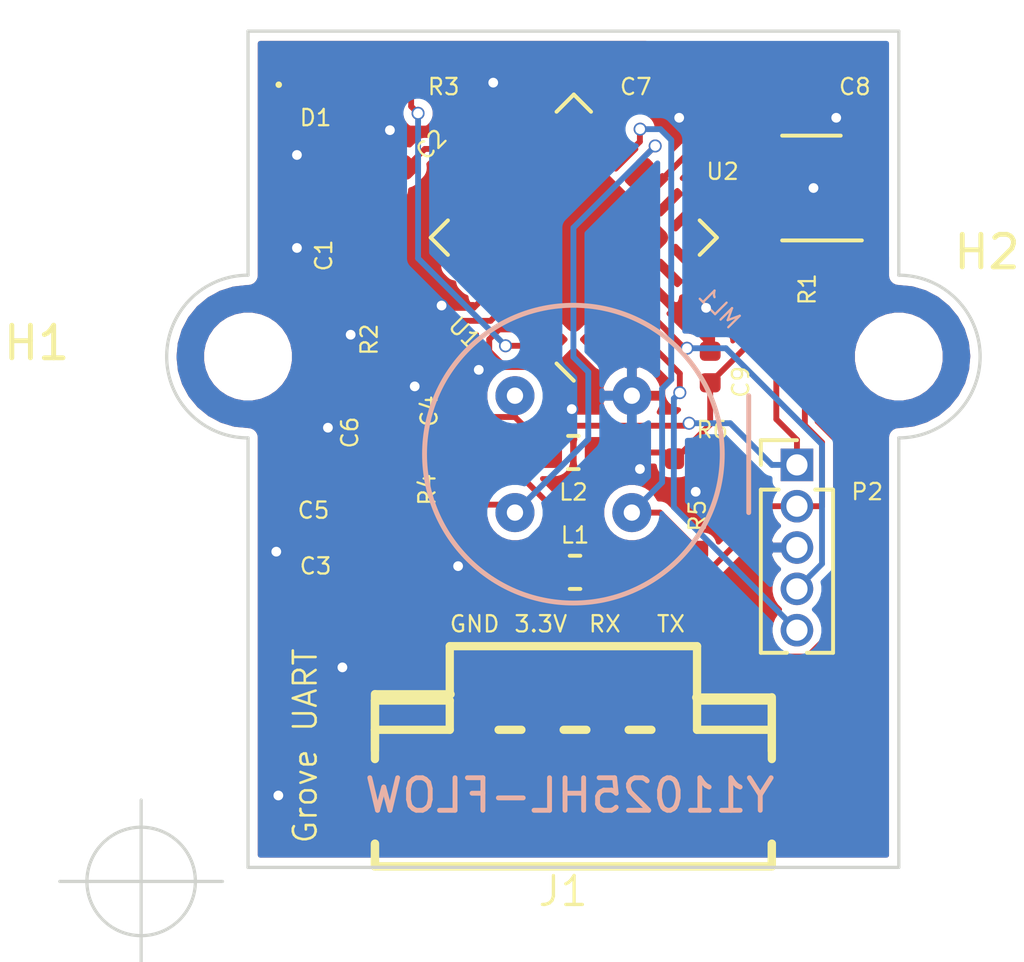
<source format=kicad_pcb>
(kicad_pcb (version 20171130) (host pcbnew 5.1.9)

  (general
    (thickness 1.6)
    (drawings 14)
    (tracks 267)
    (zones 0)
    (modules 25)
    (nets 18)
  )

  (page A4)
  (layers
    (0 F.Cu signal)
    (31 B.Cu signal)
    (32 B.Adhes user)
    (33 F.Adhes user)
    (34 B.Paste user)
    (35 F.Paste user)
    (36 B.SilkS user)
    (37 F.SilkS user)
    (38 B.Mask user)
    (39 F.Mask user)
    (40 Dwgs.User user)
    (41 Cmts.User user)
    (42 Eco1.User user)
    (43 Eco2.User user)
    (44 Edge.Cuts user)
    (45 Margin user)
    (46 B.CrtYd user)
    (47 F.CrtYd user)
    (48 B.Fab user)
    (49 F.Fab user hide)
  )

  (setup
    (last_trace_width 0.18)
    (trace_clearance 0.18)
    (zone_clearance 0.25)
    (zone_45_only yes)
    (trace_min 0.18)
    (via_size 0.4)
    (via_drill 0.3)
    (via_min_size 0.4)
    (via_min_drill 0.3)
    (uvia_size 0.3)
    (uvia_drill 0.1)
    (uvias_allowed no)
    (uvia_min_size 0.2)
    (uvia_min_drill 0.1)
    (edge_width 0.1)
    (segment_width 0.2)
    (pcb_text_width 0.3)
    (pcb_text_size 1.5 1.5)
    (mod_edge_width 0.15)
    (mod_text_size 0.5 0.5)
    (mod_text_width 0.07)
    (pad_size 1.2875 1.2875)
    (pad_drill 0)
    (pad_to_mask_clearance 0)
    (solder_mask_min_width 0.25)
    (aux_axis_origin 86.7156 113.1316)
    (visible_elements FFFFFF7F)
    (pcbplotparams
      (layerselection 0x3fdff_ffffffff)
      (usegerberextensions false)
      (usegerberattributes false)
      (usegerberadvancedattributes false)
      (creategerberjobfile false)
      (gerberprecision 5)
      (excludeedgelayer true)
      (linewidth 0.100000)
      (plotframeref false)
      (viasonmask false)
      (mode 1)
      (useauxorigin false)
      (hpglpennumber 1)
      (hpglpenspeed 20)
      (hpglpendiameter 15.000000)
      (psnegative false)
      (psa4output false)
      (plotreference true)
      (plotvalue true)
      (plotinvisibletext false)
      (padsonsilk false)
      (subtractmaskfromsilk false)
      (outputformat 1)
      (mirror false)
      (drillshape 0)
      (scaleselection 1)
      (outputdirectory "gerber/"))
  )

  (net 0 "")
  (net 1 GND)
  (net 2 +3V3)
  (net 3 SCL1)
  (net 4 SDA1)
  (net 5 "Net-(D1-Pad2)")
  (net 6 "Net-(C1-Pad1)")
  (net 7 "Net-(C2-Pad2)")
  (net 8 MCLR)
  (net 9 DAT)
  (net 10 CLK)
  (net 11 "Net-(R3-Pad2)")
  (net 12 "Net-(C4-Pad1)")
  (net 13 "Net-(C8-Pad1)")
  (net 14 2.6V)
  (net 15 TX)
  (net 16 RX)
  (net 17 "Net-(J1-Pad3)")

  (net_class Default "This is the default net class."
    (clearance 0.18)
    (trace_width 0.18)
    (via_dia 0.4)
    (via_drill 0.3)
    (uvia_dia 0.3)
    (uvia_drill 0.1)
    (add_net +3V3)
    (add_net 2.6V)
    (add_net CLK)
    (add_net DAT)
    (add_net GND)
    (add_net MCLR)
    (add_net "Net-(C1-Pad1)")
    (add_net "Net-(C2-Pad2)")
    (add_net "Net-(C4-Pad1)")
    (add_net "Net-(C8-Pad1)")
    (add_net "Net-(D1-Pad2)")
    (add_net "Net-(J1-Pad3)")
    (add_net "Net-(R3-Pad2)")
    (add_net RX)
    (add_net SCL1)
    (add_net SDA1)
    (add_net TX)
  )

  (module SVTmaker:Grove-4P-SMD (layer F.Cu) (tedit 59A13EE2) (tstamp 6065DF76)
    (at 100 107.4 180)
    (path /6065E0C0)
    (attr smd)
    (fp_text reference J1 (at 0.3175 -6.0325) (layer F.SilkS)
      (effects (font (size 0.889 0.889) (thickness 0.1016)))
    )
    (fp_text value "Grove UART" (at 8.2425 -1.566 270) (layer F.SilkS)
      (effects (font (size 0.7 0.7) (thickness 0.08)))
    )
    (fp_line (start 1.59766 -1.07188) (end 2.2987 -1.07188) (layer F.SilkS) (width 0.254))
    (fp_line (start -0.39878 -1.07188) (end 0.29972 -1.07188) (layer F.SilkS) (width 0.254))
    (fp_line (start -2.39776 -1.07188) (end -1.69926 -1.07188) (layer F.SilkS) (width 0.254))
    (fp_line (start -3.79984 1.4986) (end -3.79984 -0.07112) (layer F.SilkS) (width 0.254))
    (fp_line (start 3.79984 1.4986) (end -3.79984 1.4986) (layer F.SilkS) (width 0.254))
    (fp_line (start 3.79984 0.0254) (end 3.79984 1.4986) (layer F.SilkS) (width 0.254))
    (fp_line (start 6.09854 -5.2705) (end 6.09854 -4.572) (layer F.SilkS) (width 0.254))
    (fp_line (start 6.09854 -1.97104) (end 6.09854 0.0254) (layer F.SilkS) (width 0.254))
    (fp_line (start -6.09854 -1.97104) (end -6.09854 -0.07112) (layer F.SilkS) (width 0.254))
    (fp_line (start -6.09854 -5.2705) (end -6.09854 -4.572) (layer F.SilkS) (width 0.254))
    (fp_line (start 6.09854 -1.07188) (end 6.09854 -1.71704) (layer F.SilkS) (width 0.254))
    (fp_line (start 6.09854 -5.2705) (end 6.09854 -4.572) (layer F.SilkS) (width 0.254))
    (fp_line (start -6.09854 -1.07188) (end -6.09854 -1.71704) (layer F.SilkS) (width 0.254))
    (fp_line (start -6.09854 -5.2705) (end -6.09854 -4.572) (layer F.SilkS) (width 0.254))
    (fp_line (start 3.77444 0.02032) (end 6.05282 0.02032) (layer F.SilkS) (width 0.254))
    (fp_line (start -6.05282 -0.07874) (end -3.77444 -0.07874) (layer F.SilkS) (width 0.254))
    (fp_line (start -6.09854 -5.2705) (end 6.09854 -5.2705) (layer F.SilkS) (width 0.254))
    (fp_line (start 6.09854 -0.17272) (end 6.09854 -1.07188) (layer F.SilkS) (width 0.254))
    (fp_line (start 3.79984 -0.17272) (end 6.09854 -0.17272) (layer F.SilkS) (width 0.254))
    (fp_line (start 3.79984 -1.07188) (end 3.79984 -0.17272) (layer F.SilkS) (width 0.254))
    (fp_line (start 3.79984 -1.07188) (end 6.09854 -1.07188) (layer F.SilkS) (width 0.254))
    (fp_line (start -3.79984 -1.07188) (end 3.79984 -1.07188) (layer Dwgs.User) (width 0.254))
    (fp_line (start -3.79984 -0.17272) (end -3.79984 -1.07188) (layer F.SilkS) (width 0.254))
    (fp_line (start -6.09854 -0.17272) (end -3.79984 -0.17272) (layer F.SilkS) (width 0.254))
    (fp_line (start -6.09854 -1.07188) (end -6.09854 -0.17272) (layer F.SilkS) (width 0.254))
    (fp_line (start -6.09854 -5.2705) (end 6.09854 -5.2705) (layer F.SilkS) (width 0.254))
    (fp_line (start -6.09854 -1.07188) (end -3.79984 -1.07188) (layer F.SilkS) (width 0.254))
    (pad 1 smd rect (at -2.99974 0 270) (size 2.49936 0.99822) (layers F.Cu F.Paste F.Mask)
      (net 15 TX))
    (pad 2 smd rect (at -0.99822 0 270) (size 2.49936 0.99822) (layers F.Cu F.Paste F.Mask)
      (net 16 RX))
    (pad 3 smd rect (at 0.99822 0 270) (size 2.49936 0.99822) (layers F.Cu F.Paste F.Mask)
      (net 17 "Net-(J1-Pad3)"))
    (pad 4 smd rect (at 2.99974 0 270) (size 2.49936 0.99822) (layers F.Cu F.Paste F.Mask)
      (net 1 GND))
    (pad SS1 smd rect (at -5.79882 -3.12166 270) (size 2.49936 1.99898) (layers F.Cu F.Paste F.Mask))
    (pad SS2 smd rect (at 5.79882 -3.12166 270) (size 2.49936 1.99898) (layers F.Cu F.Paste F.Mask))
  )

  (module Package_DFN_QFN:QFN-28-1EP_6x6mm_P0.65mm_EP4.25x4.25mm (layer F.Cu) (tedit 5B4DC698) (tstamp 5BAF8D46)
    (at 100.012 93.345 135)
    (descr "QFN, 28 Pin (http://ww1.microchip.com/downloads/en/PackagingSpec/00000049BQ.pdf (Page 289)), generated with kicad-footprint-generator ipc_dfn_qfn_generator.py")
    (tags "QFN DFN_QFN")
    (path /5B0FCEEF)
    (attr smd)
    (fp_text reference U1 (at 0.313955 -4.444873 135) (layer F.SilkS)
      (effects (font (size 0.5 0.5) (thickness 0.07)))
    )
    (fp_text value dspic33ep256gp502-QFN (at 0 4.3 135) (layer F.Fab)
      (effects (font (size 0.5 0.5) (thickness 0.07)))
    )
    (fp_line (start 3.6 -3.6) (end -3.6 -3.6) (layer F.CrtYd) (width 0.05))
    (fp_line (start 3.6 3.6) (end 3.6 -3.6) (layer F.CrtYd) (width 0.05))
    (fp_line (start -3.6 3.6) (end 3.6 3.6) (layer F.CrtYd) (width 0.05))
    (fp_line (start -3.6 -3.6) (end -3.6 3.6) (layer F.CrtYd) (width 0.05))
    (fp_line (start -3 -2) (end -2 -3) (layer F.Fab) (width 0.1))
    (fp_line (start -3 3) (end -3 -2) (layer F.Fab) (width 0.1))
    (fp_line (start 3 3) (end -3 3) (layer F.Fab) (width 0.1))
    (fp_line (start 3 -3) (end 3 3) (layer F.Fab) (width 0.1))
    (fp_line (start -2 -3) (end 3 -3) (layer F.Fab) (width 0.1))
    (fp_line (start -2.36 -3.11) (end -3.11 -3.11) (layer F.SilkS) (width 0.12))
    (fp_line (start 3.11 3.11) (end 3.11 2.36) (layer F.SilkS) (width 0.12))
    (fp_line (start 2.36 3.11) (end 3.11 3.11) (layer F.SilkS) (width 0.12))
    (fp_line (start -3.11 3.11) (end -3.11 2.36) (layer F.SilkS) (width 0.12))
    (fp_line (start -2.36 3.11) (end -3.11 3.11) (layer F.SilkS) (width 0.12))
    (fp_line (start 3.11 -3.11) (end 3.11 -2.36) (layer F.SilkS) (width 0.12))
    (fp_line (start 2.36 -3.11) (end 3.11 -3.11) (layer F.SilkS) (width 0.12))
    (fp_text user %R (at 0 0 135) (layer F.Fab)
      (effects (font (size 0.5 0.5) (thickness 0.07)))
    )
    (pad 29 smd roundrect (at 0 0 135) (size 4.25 4.25) (layers F.Cu F.Mask) (roundrect_rratio 0.058824)
      (net 1 GND))
    (pad "" smd roundrect (at -1.42 -1.42 135) (size 1.14 1.14) (layers F.Paste) (roundrect_rratio 0.219298))
    (pad "" smd roundrect (at -1.420001 0 135) (size 1.14 1.14) (layers F.Paste) (roundrect_rratio 0.219298))
    (pad "" smd roundrect (at -1.42 1.42 135) (size 1.14 1.14) (layers F.Paste) (roundrect_rratio 0.219298))
    (pad "" smd roundrect (at 0 -1.420001 135) (size 1.14 1.14) (layers F.Paste) (roundrect_rratio 0.219298))
    (pad "" smd roundrect (at 0 0 135) (size 1.14 1.14) (layers F.Paste) (roundrect_rratio 0.219298))
    (pad "" smd roundrect (at 0 1.420001 135) (size 1.14 1.14) (layers F.Paste) (roundrect_rratio 0.219298))
    (pad "" smd roundrect (at 1.42 -1.42 135) (size 1.14 1.14) (layers F.Paste) (roundrect_rratio 0.219298))
    (pad "" smd roundrect (at 1.420001 0 135) (size 1.14 1.14) (layers F.Paste) (roundrect_rratio 0.219298))
    (pad "" smd roundrect (at 1.42 1.42 135) (size 1.14 1.14) (layers F.Paste) (roundrect_rratio 0.219298))
    (pad 1 smd roundrect (at -2.8375 -1.95 135) (size 1.025 0.3) (layers F.Cu F.Paste F.Mask) (roundrect_rratio 0.25))
    (pad 2 smd roundrect (at -2.8375 -1.3 135) (size 1.025 0.3) (layers F.Cu F.Paste F.Mask) (roundrect_rratio 0.25))
    (pad 3 smd roundrect (at -2.8375 -0.65 135) (size 1.025 0.3) (layers F.Cu F.Paste F.Mask) (roundrect_rratio 0.25)
      (net 10 CLK))
    (pad 4 smd roundrect (at -2.837499 0 135) (size 1.025 0.3) (layers F.Cu F.Paste F.Mask) (roundrect_rratio 0.25)
      (net 9 DAT))
    (pad 5 smd roundrect (at -2.8375 0.65 135) (size 1.025 0.3) (layers F.Cu F.Paste F.Mask) (roundrect_rratio 0.25)
      (net 1 GND))
    (pad 6 smd roundrect (at -2.8375 1.3 135) (size 1.025 0.3) (layers F.Cu F.Paste F.Mask) (roundrect_rratio 0.25))
    (pad 7 smd roundrect (at -2.8375 1.95 135) (size 1.025 0.3) (layers F.Cu F.Paste F.Mask) (roundrect_rratio 0.25))
    (pad 8 smd roundrect (at -1.95 2.8375 135) (size 0.3 1.025) (layers F.Cu F.Paste F.Mask) (roundrect_rratio 0.25))
    (pad 9 smd roundrect (at -1.3 2.8375 135) (size 0.3 1.025) (layers F.Cu F.Paste F.Mask) (roundrect_rratio 0.25))
    (pad 10 smd roundrect (at -0.65 2.8375 135) (size 0.3 1.025) (layers F.Cu F.Paste F.Mask) (roundrect_rratio 0.25)
      (net 2 +3V3))
    (pad 11 smd roundrect (at 0 2.837499 135) (size 0.3 1.025) (layers F.Cu F.Paste F.Mask) (roundrect_rratio 0.25)
      (net 4 SDA1))
    (pad 12 smd roundrect (at 0.65 2.8375 135) (size 0.3 1.025) (layers F.Cu F.Paste F.Mask) (roundrect_rratio 0.25)
      (net 3 SCL1))
    (pad 13 smd roundrect (at 1.3 2.8375 135) (size 0.3 1.025) (layers F.Cu F.Paste F.Mask) (roundrect_rratio 0.25)
      (net 16 RX))
    (pad 14 smd roundrect (at 1.95 2.8375 135) (size 0.3 1.025) (layers F.Cu F.Paste F.Mask) (roundrect_rratio 0.25)
      (net 15 TX))
    (pad 15 smd roundrect (at 2.8375 1.95 135) (size 1.025 0.3) (layers F.Cu F.Paste F.Mask) (roundrect_rratio 0.25))
    (pad 16 smd roundrect (at 2.8375 1.3 135) (size 1.025 0.3) (layers F.Cu F.Paste F.Mask) (roundrect_rratio 0.25)
      (net 1 GND))
    (pad 17 smd roundrect (at 2.8375 0.65 135) (size 1.025 0.3) (layers F.Cu F.Paste F.Mask) (roundrect_rratio 0.25)
      (net 7 "Net-(C2-Pad2)"))
    (pad 18 smd roundrect (at 2.837499 0 135) (size 1.025 0.3) (layers F.Cu F.Paste F.Mask) (roundrect_rratio 0.25))
    (pad 19 smd roundrect (at 2.8375 -0.65 135) (size 1.025 0.3) (layers F.Cu F.Paste F.Mask) (roundrect_rratio 0.25))
    (pad 20 smd roundrect (at 2.8375 -1.3 135) (size 1.025 0.3) (layers F.Cu F.Paste F.Mask) (roundrect_rratio 0.25))
    (pad 21 smd roundrect (at 2.8375 -1.95 135) (size 1.025 0.3) (layers F.Cu F.Paste F.Mask) (roundrect_rratio 0.25))
    (pad 22 smd roundrect (at 1.95 -2.8375 135) (size 0.3 1.025) (layers F.Cu F.Paste F.Mask) (roundrect_rratio 0.25))
    (pad 23 smd roundrect (at 1.3 -2.8375 135) (size 0.3 1.025) (layers F.Cu F.Paste F.Mask) (roundrect_rratio 0.25))
    (pad 24 smd roundrect (at 0.65 -2.8375 135) (size 0.3 1.025) (layers F.Cu F.Paste F.Mask) (roundrect_rratio 0.25)
      (net 1 GND))
    (pad 25 smd roundrect (at 0 -2.837499 135) (size 0.3 1.025) (layers F.Cu F.Paste F.Mask) (roundrect_rratio 0.25)
      (net 6 "Net-(C1-Pad1)"))
    (pad 26 smd roundrect (at -0.65 -2.8375 135) (size 0.3 1.025) (layers F.Cu F.Paste F.Mask) (roundrect_rratio 0.25)
      (net 8 MCLR))
    (pad 27 smd roundrect (at -1.3 -2.8375 135) (size 0.3 1.025) (layers F.Cu F.Paste F.Mask) (roundrect_rratio 0.25)
      (net 11 "Net-(R3-Pad2)"))
    (pad 28 smd roundrect (at -1.95 -2.8375 135) (size 0.3 1.025) (layers F.Cu F.Paste F.Mask) (roundrect_rratio 0.25))
    (model ${KISYS3DMOD}/Package_DFN_QFN.3dshapes/QFN-28-1EP_6x6mm_P0.65mm_EP4.25x4.25mm.wrl
      (at (xyz 0 0 0))
      (scale (xyz 1 1 1))
      (rotate (xyz 0 0 0))
    )
  )

  (module MLX:MLX90621 (layer B.Cu) (tedit 5ACCB106) (tstamp 5B3CCFD6)
    (at 100 100 315)
    (path /5B3CCDD2)
    (fp_text reference ML1 (at 0 -6.35 315) (layer B.SilkS)
      (effects (font (size 0.5 0.5) (thickness 0.07)) (justify mirror))
    )
    (fp_text value MLX90621 (at 0 6.35 315) (layer B.Fab)
      (effects (font (size 0.5 0.5) (thickness 0.07)) (justify mirror))
    )
    (fp_circle (center 0 0) (end 4.575 0) (layer B.SilkS) (width 0.15))
    (fp_line (start 2.54 -5.08) (end 5.08 -2.54) (layer B.SilkS) (width 0.15))
    (pad 2 thru_hole circle (at 0 2.54 315) (size 1.2 1.2) (drill 0.5) (layers *.Cu *.Mask)
      (net 4 SDA1))
    (pad 1 thru_hole circle (at 2.54 0 315) (size 1.2 1.2) (drill 0.5) (layers *.Cu *.Mask)
      (net 3 SCL1))
    (pad 4 thru_hole circle (at 0 -2.54 315) (size 1.2 1.2) (drill 0.5) (layers *.Cu *.Mask)
      (net 1 GND))
    (pad 3 thru_hole circle (at -2.54 0 315) (size 1.2 1.2) (drill 0.5) (layers *.Cu *.Mask)
      (net 12 "Net-(C4-Pad1)"))
  )

  (module Capacitor_SMD:C_0402_1005Metric (layer F.Cu) (tedit 5B301BBE) (tstamp 5BAF8C0F)
    (at 93.218 93.8935 90)
    (descr "Capacitor SMD 0402 (1005 Metric), square (rectangular) end terminal, IPC_7351 nominal, (Body size source: http://www.tortai-tech.com/upload/download/2011102023233369053.pdf), generated with kicad-footprint-generator")
    (tags capacitor)
    (path /5B1005D3)
    (attr smd)
    (fp_text reference C1 (at 0 -0.889 90) (layer F.SilkS)
      (effects (font (size 0.5 0.5) (thickness 0.07)))
    )
    (fp_text value 100nF (at 0 1.17 90) (layer F.Fab)
      (effects (font (size 0.5 0.5) (thickness 0.07)))
    )
    (fp_line (start -0.5 0.25) (end -0.5 -0.25) (layer F.Fab) (width 0.1))
    (fp_line (start -0.5 -0.25) (end 0.5 -0.25) (layer F.Fab) (width 0.1))
    (fp_line (start 0.5 -0.25) (end 0.5 0.25) (layer F.Fab) (width 0.1))
    (fp_line (start 0.5 0.25) (end -0.5 0.25) (layer F.Fab) (width 0.1))
    (fp_line (start -0.93 0.47) (end -0.93 -0.47) (layer F.CrtYd) (width 0.05))
    (fp_line (start -0.93 -0.47) (end 0.93 -0.47) (layer F.CrtYd) (width 0.05))
    (fp_line (start 0.93 -0.47) (end 0.93 0.47) (layer F.CrtYd) (width 0.05))
    (fp_line (start 0.93 0.47) (end -0.93 0.47) (layer F.CrtYd) (width 0.05))
    (fp_text user %R (at 0 0 90) (layer F.Fab)
      (effects (font (size 0.5 0.5) (thickness 0.07)))
    )
    (pad 2 smd roundrect (at 0.485 0 90) (size 0.59 0.64) (layers F.Cu F.Paste F.Mask) (roundrect_rratio 0.25)
      (net 1 GND))
    (pad 1 smd roundrect (at -0.485 0 90) (size 0.59 0.64) (layers F.Cu F.Paste F.Mask) (roundrect_rratio 0.25)
      (net 6 "Net-(C1-Pad1)"))
    (model ${KISYS3DMOD}/Capacitor_SMD.3dshapes/C_0402_1005Metric.wrl
      (at (xyz 0 0 0))
      (scale (xyz 1 1 1))
      (rotate (xyz 0 0 0))
    )
  )

  (module Capacitor_SMD:C_0402_1005Metric (layer F.Cu) (tedit 5B301BBE) (tstamp 5BAF8C1D)
    (at 94.5261 91.5289 45)
    (descr "Capacitor SMD 0402 (1005 Metric), square (rectangular) end terminal, IPC_7351 nominal, (Body size source: http://www.tortai-tech.com/upload/download/2011102023233369053.pdf), generated with kicad-footprint-generator")
    (tags capacitor)
    (path /5B0FDAD2)
    (attr smd)
    (fp_text reference C2 (at 1.51773 0.044901 45) (layer F.SilkS)
      (effects (font (size 0.5 0.5) (thickness 0.07)))
    )
    (fp_text value 10uF (at 0 1.17 45) (layer F.Fab)
      (effects (font (size 0.5 0.5) (thickness 0.07)))
    )
    (fp_line (start 0.93 0.47) (end -0.93 0.47) (layer F.CrtYd) (width 0.05))
    (fp_line (start 0.93 -0.47) (end 0.93 0.47) (layer F.CrtYd) (width 0.05))
    (fp_line (start -0.93 -0.47) (end 0.93 -0.47) (layer F.CrtYd) (width 0.05))
    (fp_line (start -0.93 0.47) (end -0.93 -0.47) (layer F.CrtYd) (width 0.05))
    (fp_line (start 0.5 0.25) (end -0.5 0.25) (layer F.Fab) (width 0.1))
    (fp_line (start 0.5 -0.25) (end 0.5 0.25) (layer F.Fab) (width 0.1))
    (fp_line (start -0.5 -0.25) (end 0.5 -0.25) (layer F.Fab) (width 0.1))
    (fp_line (start -0.5 0.25) (end -0.5 -0.25) (layer F.Fab) (width 0.1))
    (fp_text user %R (at 0 0 45) (layer F.Fab)
      (effects (font (size 0.5 0.5) (thickness 0.07)))
    )
    (pad 1 smd roundrect (at -0.485 0 45) (size 0.59 0.64) (layers F.Cu F.Paste F.Mask) (roundrect_rratio 0.25)
      (net 1 GND))
    (pad 2 smd roundrect (at 0.485 0 45) (size 0.59 0.64) (layers F.Cu F.Paste F.Mask) (roundrect_rratio 0.25)
      (net 7 "Net-(C2-Pad2)"))
    (model ${KISYS3DMOD}/Capacitor_SMD.3dshapes/C_0402_1005Metric.wrl
      (at (xyz 0 0 0))
      (scale (xyz 1 1 1))
      (rotate (xyz 0 0 0))
    )
  )

  (module Capacitor_SMD:C_0402_1005Metric (layer F.Cu) (tedit 5B301BBE) (tstamp 5BAF8C2B)
    (at 93.576 103.378 180)
    (descr "Capacitor SMD 0402 (1005 Metric), square (rectangular) end terminal, IPC_7351 nominal, (Body size source: http://www.tortai-tech.com/upload/download/2011102023233369053.pdf), generated with kicad-footprint-generator")
    (tags capacitor)
    (path /5AFEEF09)
    (attr smd)
    (fp_text reference C3 (at 1.501 -0.0635 180) (layer F.SilkS)
      (effects (font (size 0.5 0.5) (thickness 0.07)))
    )
    (fp_text value 10uF (at 0 1.17 180) (layer F.Fab)
      (effects (font (size 0.5 0.5) (thickness 0.07)))
    )
    (fp_line (start 0.93 0.47) (end -0.93 0.47) (layer F.CrtYd) (width 0.05))
    (fp_line (start 0.93 -0.47) (end 0.93 0.47) (layer F.CrtYd) (width 0.05))
    (fp_line (start -0.93 -0.47) (end 0.93 -0.47) (layer F.CrtYd) (width 0.05))
    (fp_line (start -0.93 0.47) (end -0.93 -0.47) (layer F.CrtYd) (width 0.05))
    (fp_line (start 0.5 0.25) (end -0.5 0.25) (layer F.Fab) (width 0.1))
    (fp_line (start 0.5 -0.25) (end 0.5 0.25) (layer F.Fab) (width 0.1))
    (fp_line (start -0.5 -0.25) (end 0.5 -0.25) (layer F.Fab) (width 0.1))
    (fp_line (start -0.5 0.25) (end -0.5 -0.25) (layer F.Fab) (width 0.1))
    (fp_text user %R (at 0 0 180) (layer F.Fab)
      (effects (font (size 0.5 0.5) (thickness 0.07)))
    )
    (pad 1 smd roundrect (at -0.485 0 180) (size 0.59 0.64) (layers F.Cu F.Paste F.Mask) (roundrect_rratio 0.25)
      (net 2 +3V3))
    (pad 2 smd roundrect (at 0.485 0 180) (size 0.59 0.64) (layers F.Cu F.Paste F.Mask) (roundrect_rratio 0.25)
      (net 1 GND))
    (model ${KISYS3DMOD}/Capacitor_SMD.3dshapes/C_0402_1005Metric.wrl
      (at (xyz 0 0 0))
      (scale (xyz 1 1 1))
      (rotate (xyz 0 0 0))
    )
  )

  (module Capacitor_SMD:C_0402_1005Metric (layer F.Cu) (tedit 5B301BBE) (tstamp 5BAF8C39)
    (at 96.4692 98.6028 90)
    (descr "Capacitor SMD 0402 (1005 Metric), square (rectangular) end terminal, IPC_7351 nominal, (Body size source: http://www.tortai-tech.com/upload/download/2011102023233369053.pdf), generated with kicad-footprint-generator")
    (tags capacitor)
    (path /5ADDEE32)
    (attr smd)
    (fp_text reference C4 (at -0.0762 -0.9017 90) (layer F.SilkS)
      (effects (font (size 0.5 0.5) (thickness 0.07)))
    )
    (fp_text value 100nF (at 0 1.17 90) (layer F.Fab)
      (effects (font (size 0.5 0.5) (thickness 0.07)))
    )
    (fp_line (start -0.5 0.25) (end -0.5 -0.25) (layer F.Fab) (width 0.1))
    (fp_line (start -0.5 -0.25) (end 0.5 -0.25) (layer F.Fab) (width 0.1))
    (fp_line (start 0.5 -0.25) (end 0.5 0.25) (layer F.Fab) (width 0.1))
    (fp_line (start 0.5 0.25) (end -0.5 0.25) (layer F.Fab) (width 0.1))
    (fp_line (start -0.93 0.47) (end -0.93 -0.47) (layer F.CrtYd) (width 0.05))
    (fp_line (start -0.93 -0.47) (end 0.93 -0.47) (layer F.CrtYd) (width 0.05))
    (fp_line (start 0.93 -0.47) (end 0.93 0.47) (layer F.CrtYd) (width 0.05))
    (fp_line (start 0.93 0.47) (end -0.93 0.47) (layer F.CrtYd) (width 0.05))
    (fp_text user %R (at 0 0 90) (layer F.Fab)
      (effects (font (size 0.5 0.5) (thickness 0.07)))
    )
    (pad 2 smd roundrect (at 0.485 0 90) (size 0.59 0.64) (layers F.Cu F.Paste F.Mask) (roundrect_rratio 0.25)
      (net 1 GND))
    (pad 1 smd roundrect (at -0.485 0 90) (size 0.59 0.64) (layers F.Cu F.Paste F.Mask) (roundrect_rratio 0.25)
      (net 12 "Net-(C4-Pad1)"))
    (model ${KISYS3DMOD}/Capacitor_SMD.3dshapes/C_0402_1005Metric.wrl
      (at (xyz 0 0 0))
      (scale (xyz 1 1 1))
      (rotate (xyz 0 0 0))
    )
  )

  (module Capacitor_SMD:C_0402_1005Metric (layer F.Cu) (tedit 5B301BBE) (tstamp 5BAF8C47)
    (at 93.5585 101.727 180)
    (descr "Capacitor SMD 0402 (1005 Metric), square (rectangular) end terminal, IPC_7351 nominal, (Body size source: http://www.tortai-tech.com/upload/download/2011102023233369053.pdf), generated with kicad-footprint-generator")
    (tags capacitor)
    (path /5AFEE101)
    (attr smd)
    (fp_text reference C5 (at 1.547 0) (layer F.SilkS)
      (effects (font (size 0.5 0.5) (thickness 0.07)))
    )
    (fp_text value 100nF (at 0 1.17) (layer F.Fab)
      (effects (font (size 0.5 0.5) (thickness 0.07)))
    )
    (fp_line (start -0.5 0.25) (end -0.5 -0.25) (layer F.Fab) (width 0.1))
    (fp_line (start -0.5 -0.25) (end 0.5 -0.25) (layer F.Fab) (width 0.1))
    (fp_line (start 0.5 -0.25) (end 0.5 0.25) (layer F.Fab) (width 0.1))
    (fp_line (start 0.5 0.25) (end -0.5 0.25) (layer F.Fab) (width 0.1))
    (fp_line (start -0.93 0.47) (end -0.93 -0.47) (layer F.CrtYd) (width 0.05))
    (fp_line (start -0.93 -0.47) (end 0.93 -0.47) (layer F.CrtYd) (width 0.05))
    (fp_line (start 0.93 -0.47) (end 0.93 0.47) (layer F.CrtYd) (width 0.05))
    (fp_line (start 0.93 0.47) (end -0.93 0.47) (layer F.CrtYd) (width 0.05))
    (fp_text user %R (at 0 0) (layer F.Fab)
      (effects (font (size 0.5 0.5) (thickness 0.07)))
    )
    (pad 2 smd roundrect (at 0.485 0 180) (size 0.59 0.64) (layers F.Cu F.Paste F.Mask) (roundrect_rratio 0.25)
      (net 1 GND))
    (pad 1 smd roundrect (at -0.485 0 180) (size 0.59 0.64) (layers F.Cu F.Paste F.Mask) (roundrect_rratio 0.25)
      (net 2 +3V3))
    (model ${KISYS3DMOD}/Capacitor_SMD.3dshapes/C_0402_1005Metric.wrl
      (at (xyz 0 0 0))
      (scale (xyz 1 1 1))
      (rotate (xyz 0 0 0))
    )
  )

  (module Capacitor_SMD:C_0402_1005Metric (layer F.Cu) (tedit 5B301BBE) (tstamp 5BAF8C55)
    (at 94.0435 99.337 90)
    (descr "Capacitor SMD 0402 (1005 Metric), square (rectangular) end terminal, IPC_7351 nominal, (Body size source: http://www.tortai-tech.com/upload/download/2011102023233369053.pdf), generated with kicad-footprint-generator")
    (tags capacitor)
    (path /5ADDEF43)
    (attr smd)
    (fp_text reference C6 (at 0 -0.9144 270) (layer F.SilkS)
      (effects (font (size 0.5 0.5) (thickness 0.07)))
    )
    (fp_text value 10uF (at 0 1.17 270) (layer F.Fab)
      (effects (font (size 0.5 0.5) (thickness 0.07)))
    )
    (fp_line (start 0.93 0.47) (end -0.93 0.47) (layer F.CrtYd) (width 0.05))
    (fp_line (start 0.93 -0.47) (end 0.93 0.47) (layer F.CrtYd) (width 0.05))
    (fp_line (start -0.93 -0.47) (end 0.93 -0.47) (layer F.CrtYd) (width 0.05))
    (fp_line (start -0.93 0.47) (end -0.93 -0.47) (layer F.CrtYd) (width 0.05))
    (fp_line (start 0.5 0.25) (end -0.5 0.25) (layer F.Fab) (width 0.1))
    (fp_line (start 0.5 -0.25) (end 0.5 0.25) (layer F.Fab) (width 0.1))
    (fp_line (start -0.5 -0.25) (end 0.5 -0.25) (layer F.Fab) (width 0.1))
    (fp_line (start -0.5 0.25) (end -0.5 -0.25) (layer F.Fab) (width 0.1))
    (fp_text user %R (at 0 0 270) (layer F.Fab)
      (effects (font (size 0.5 0.5) (thickness 0.07)))
    )
    (pad 1 smd roundrect (at -0.485 0 90) (size 0.59 0.64) (layers F.Cu F.Paste F.Mask) (roundrect_rratio 0.25)
      (net 12 "Net-(C4-Pad1)"))
    (pad 2 smd roundrect (at 0.485 0 90) (size 0.59 0.64) (layers F.Cu F.Paste F.Mask) (roundrect_rratio 0.25)
      (net 1 GND))
    (model ${KISYS3DMOD}/Capacitor_SMD.3dshapes/C_0402_1005Metric.wrl
      (at (xyz 0 0 0))
      (scale (xyz 1 1 1))
      (rotate (xyz 0 0 0))
    )
  )

  (module Capacitor_SMD:C_0402_1005Metric (layer F.Cu) (tedit 5B301BBE) (tstamp 5BAF8C63)
    (at 103.464 88.7095)
    (descr "Capacitor SMD 0402 (1005 Metric), square (rectangular) end terminal, IPC_7351 nominal, (Body size source: http://www.tortai-tech.com/upload/download/2011102023233369053.pdf), generated with kicad-footprint-generator")
    (tags capacitor)
    (path /5B3CE022)
    (attr smd)
    (fp_text reference C7 (at -1.547 0) (layer F.SilkS)
      (effects (font (size 0.5 0.5) (thickness 0.07)))
    )
    (fp_text value 1uF (at 0 1.17) (layer F.Fab)
      (effects (font (size 0.5 0.5) (thickness 0.07)))
    )
    (fp_line (start 0.93 0.47) (end -0.93 0.47) (layer F.CrtYd) (width 0.05))
    (fp_line (start 0.93 -0.47) (end 0.93 0.47) (layer F.CrtYd) (width 0.05))
    (fp_line (start -0.93 -0.47) (end 0.93 -0.47) (layer F.CrtYd) (width 0.05))
    (fp_line (start -0.93 0.47) (end -0.93 -0.47) (layer F.CrtYd) (width 0.05))
    (fp_line (start 0.5 0.25) (end -0.5 0.25) (layer F.Fab) (width 0.1))
    (fp_line (start 0.5 -0.25) (end 0.5 0.25) (layer F.Fab) (width 0.1))
    (fp_line (start -0.5 -0.25) (end 0.5 -0.25) (layer F.Fab) (width 0.1))
    (fp_line (start -0.5 0.25) (end -0.5 -0.25) (layer F.Fab) (width 0.1))
    (fp_text user %R (at 0 0) (layer F.Fab)
      (effects (font (size 0.5 0.5) (thickness 0.07)))
    )
    (pad 1 smd roundrect (at -0.485 0) (size 0.59 0.64) (layers F.Cu F.Paste F.Mask) (roundrect_rratio 0.25)
      (net 1 GND))
    (pad 2 smd roundrect (at 0.485 0) (size 0.59 0.64) (layers F.Cu F.Paste F.Mask) (roundrect_rratio 0.25)
      (net 2 +3V3))
    (model ${KISYS3DMOD}/Capacitor_SMD.3dshapes/C_0402_1005Metric.wrl
      (at (xyz 0 0 0))
      (scale (xyz 1 1 1))
      (rotate (xyz 0 0 0))
    )
  )

  (module Capacitor_SMD:C_0402_1005Metric (layer F.Cu) (tedit 5B301BBE) (tstamp 5BAF8C71)
    (at 107.084 88.7095)
    (descr "Capacitor SMD 0402 (1005 Metric), square (rectangular) end terminal, IPC_7351 nominal, (Body size source: http://www.tortai-tech.com/upload/download/2011102023233369053.pdf), generated with kicad-footprint-generator")
    (tags capacitor)
    (path /5B3CE845)
    (attr smd)
    (fp_text reference C8 (at 1.5645 0) (layer F.SilkS)
      (effects (font (size 0.5 0.5) (thickness 0.07)))
    )
    (fp_text value 470pF (at 0 1.17) (layer F.Fab)
      (effects (font (size 0.5 0.5) (thickness 0.07)))
    )
    (fp_line (start 0.93 0.47) (end -0.93 0.47) (layer F.CrtYd) (width 0.05))
    (fp_line (start 0.93 -0.47) (end 0.93 0.47) (layer F.CrtYd) (width 0.05))
    (fp_line (start -0.93 -0.47) (end 0.93 -0.47) (layer F.CrtYd) (width 0.05))
    (fp_line (start -0.93 0.47) (end -0.93 -0.47) (layer F.CrtYd) (width 0.05))
    (fp_line (start 0.5 0.25) (end -0.5 0.25) (layer F.Fab) (width 0.1))
    (fp_line (start 0.5 -0.25) (end 0.5 0.25) (layer F.Fab) (width 0.1))
    (fp_line (start -0.5 -0.25) (end 0.5 -0.25) (layer F.Fab) (width 0.1))
    (fp_line (start -0.5 0.25) (end -0.5 -0.25) (layer F.Fab) (width 0.1))
    (fp_text user %R (at 0 0) (layer F.Fab)
      (effects (font (size 0.5 0.5) (thickness 0.07)))
    )
    (pad 1 smd roundrect (at -0.485 0) (size 0.59 0.64) (layers F.Cu F.Paste F.Mask) (roundrect_rratio 0.25)
      (net 13 "Net-(C8-Pad1)"))
    (pad 2 smd roundrect (at 0.485 0) (size 0.59 0.64) (layers F.Cu F.Paste F.Mask) (roundrect_rratio 0.25)
      (net 1 GND))
    (model ${KISYS3DMOD}/Capacitor_SMD.3dshapes/C_0402_1005Metric.wrl
      (at (xyz 0 0 0))
      (scale (xyz 1 1 1))
      (rotate (xyz 0 0 0))
    )
  )

  (module Capacitor_SMD:C_0402_1005Metric (layer F.Cu) (tedit 5B301BBE) (tstamp 5BAF8C7F)
    (at 104.204 97.3225 270)
    (descr "Capacitor SMD 0402 (1005 Metric), square (rectangular) end terminal, IPC_7351 nominal, (Body size source: http://www.tortai-tech.com/upload/download/2011102023233369053.pdf), generated with kicad-footprint-generator")
    (tags capacitor)
    (path /5B3CE359)
    (attr smd)
    (fp_text reference C9 (at 0.4572 -0.94 90) (layer F.SilkS)
      (effects (font (size 0.5 0.5) (thickness 0.07)))
    )
    (fp_text value 1uF (at 0 1.17 90) (layer F.Fab)
      (effects (font (size 0.5 0.5) (thickness 0.07)))
    )
    (fp_line (start -0.5 0.25) (end -0.5 -0.25) (layer F.Fab) (width 0.1))
    (fp_line (start -0.5 -0.25) (end 0.5 -0.25) (layer F.Fab) (width 0.1))
    (fp_line (start 0.5 -0.25) (end 0.5 0.25) (layer F.Fab) (width 0.1))
    (fp_line (start 0.5 0.25) (end -0.5 0.25) (layer F.Fab) (width 0.1))
    (fp_line (start -0.93 0.47) (end -0.93 -0.47) (layer F.CrtYd) (width 0.05))
    (fp_line (start -0.93 -0.47) (end 0.93 -0.47) (layer F.CrtYd) (width 0.05))
    (fp_line (start 0.93 -0.47) (end 0.93 0.47) (layer F.CrtYd) (width 0.05))
    (fp_line (start 0.93 0.47) (end -0.93 0.47) (layer F.CrtYd) (width 0.05))
    (fp_text user %R (at 0 0 90) (layer F.Fab)
      (effects (font (size 0.5 0.5) (thickness 0.07)))
    )
    (pad 2 smd roundrect (at 0.485 0 270) (size 0.59 0.64) (layers F.Cu F.Paste F.Mask) (roundrect_rratio 0.25)
      (net 14 2.6V))
    (pad 1 smd roundrect (at -0.485 0 270) (size 0.59 0.64) (layers F.Cu F.Paste F.Mask) (roundrect_rratio 0.25)
      (net 1 GND))
    (model ${KISYS3DMOD}/Capacitor_SMD.3dshapes/C_0402_1005Metric.wrl
      (at (xyz 0 0 0))
      (scale (xyz 1 1 1))
      (rotate (xyz 0 0 0))
    )
  )

  (module LED_SMD:LED_0402_1005Metric (layer F.Cu) (tedit 5B301BBE) (tstamp 5BAF8C8D)
    (at 92.0345 88.646)
    (descr "LED SMD 0402 (1005 Metric), square (rectangular) end terminal, IPC_7351 nominal, (Body size source: http://www.tortai-tech.com/upload/download/2011102023233369053.pdf), generated with kicad-footprint-generator")
    (tags LED)
    (path /5B1034D9)
    (attr smd)
    (fp_text reference D1 (at 0.0405 1.016) (layer F.SilkS)
      (effects (font (size 0.5 0.5) (thickness 0.07)))
    )
    (fp_text value LED (at 0 1.17) (layer F.Fab)
      (effects (font (size 0.5 0.5) (thickness 0.07)))
    )
    (fp_line (start 0.93 0.47) (end -0.93 0.47) (layer F.CrtYd) (width 0.05))
    (fp_line (start 0.93 -0.47) (end 0.93 0.47) (layer F.CrtYd) (width 0.05))
    (fp_line (start -0.93 -0.47) (end 0.93 -0.47) (layer F.CrtYd) (width 0.05))
    (fp_line (start -0.93 0.47) (end -0.93 -0.47) (layer F.CrtYd) (width 0.05))
    (fp_line (start -0.3 0.25) (end -0.3 -0.25) (layer F.Fab) (width 0.1))
    (fp_line (start -0.4 0.25) (end -0.4 -0.25) (layer F.Fab) (width 0.1))
    (fp_line (start 0.5 0.25) (end -0.5 0.25) (layer F.Fab) (width 0.1))
    (fp_line (start 0.5 -0.25) (end 0.5 0.25) (layer F.Fab) (width 0.1))
    (fp_line (start -0.5 -0.25) (end 0.5 -0.25) (layer F.Fab) (width 0.1))
    (fp_line (start -0.5 0.25) (end -0.5 -0.25) (layer F.Fab) (width 0.1))
    (fp_circle (center -1.09 0) (end -1.04 0) (layer F.SilkS) (width 0.1))
    (fp_text user %R (at 0 0) (layer F.Fab)
      (effects (font (size 0.5 0.5) (thickness 0.07)))
    )
    (pad 1 smd roundrect (at -0.485 0) (size 0.59 0.64) (layers F.Cu F.Paste F.Mask) (roundrect_rratio 0.25)
      (net 1 GND))
    (pad 2 smd roundrect (at 0.485 0) (size 0.59 0.64) (layers F.Cu F.Paste F.Mask) (roundrect_rratio 0.25)
      (net 5 "Net-(D1-Pad2)"))
    (model ${KISYS3DMOD}/LED_SMD.3dshapes/LED_0402_1005Metric.wrl
      (at (xyz 0 0 0))
      (scale (xyz 1 1 1))
      (rotate (xyz 0 0 0))
    )
  )

  (module Inductor_SMD:L_0603_1608Metric (layer F.Cu) (tedit 5B301BBE) (tstamp 5BAF8C9E)
    (at 100.05 103.632)
    (descr "Inductor SMD 0603 (1608 Metric), square (rectangular) end terminal, IPC_7351 nominal, (Body size source: http://www.tortai-tech.com/upload/download/2011102023233369053.pdf), generated with kicad-footprint-generator")
    (tags inductor)
    (path /5B0DF5DC)
    (attr smd)
    (fp_text reference L1 (at 0 -1.143 180) (layer F.SilkS)
      (effects (font (size 0.5 0.5) (thickness 0.07)))
    )
    (fp_text value 10uH (at 0 1.43 180) (layer F.Fab)
      (effects (font (size 0.5 0.5) (thickness 0.07)))
    )
    (fp_line (start -0.8 0.4) (end -0.8 -0.4) (layer F.Fab) (width 0.1))
    (fp_line (start -0.8 -0.4) (end 0.8 -0.4) (layer F.Fab) (width 0.1))
    (fp_line (start 0.8 -0.4) (end 0.8 0.4) (layer F.Fab) (width 0.1))
    (fp_line (start 0.8 0.4) (end -0.8 0.4) (layer F.Fab) (width 0.1))
    (fp_line (start -0.162779 -0.51) (end 0.162779 -0.51) (layer F.SilkS) (width 0.12))
    (fp_line (start -0.162779 0.51) (end 0.162779 0.51) (layer F.SilkS) (width 0.12))
    (fp_line (start -1.48 0.73) (end -1.48 -0.73) (layer F.CrtYd) (width 0.05))
    (fp_line (start -1.48 -0.73) (end 1.48 -0.73) (layer F.CrtYd) (width 0.05))
    (fp_line (start 1.48 -0.73) (end 1.48 0.73) (layer F.CrtYd) (width 0.05))
    (fp_line (start 1.48 0.73) (end -1.48 0.73) (layer F.CrtYd) (width 0.05))
    (fp_text user %R (at 0 0 180) (layer F.Fab)
      (effects (font (size 0.5 0.5) (thickness 0.07)))
    )
    (pad 2 smd roundrect (at 0.7875 0) (size 0.875 0.95) (layers F.Cu F.Paste F.Mask) (roundrect_rratio 0.25)
      (net 2 +3V3))
    (pad 1 smd roundrect (at -0.7875 0) (size 0.875 0.95) (layers F.Cu F.Paste F.Mask) (roundrect_rratio 0.25)
      (net 17 "Net-(J1-Pad3)"))
    (model ${KISYS3DMOD}/Inductor_SMD.3dshapes/L_0603_1608Metric.wrl
      (at (xyz 0 0 0))
      (scale (xyz 1 1 1))
      (rotate (xyz 0 0 0))
    )
  )

  (module Inductor_SMD:L_0603_1608Metric (layer F.Cu) (tedit 5B301BBE) (tstamp 5BAF8CAE)
    (at 99.9998 99.949)
    (descr "Inductor SMD 0603 (1608 Metric), square (rectangular) end terminal, IPC_7351 nominal, (Body size source: http://www.tortai-tech.com/upload/download/2011102023233369053.pdf), generated with kicad-footprint-generator")
    (tags inductor)
    (path /5B0DF406)
    (attr smd)
    (fp_text reference L2 (at 0 1.219) (layer F.SilkS)
      (effects (font (size 0.5 0.5) (thickness 0.07)))
    )
    (fp_text value 10uH (at 0 1.43) (layer F.Fab)
      (effects (font (size 0.5 0.5) (thickness 0.07)))
    )
    (fp_line (start 1.48 0.73) (end -1.48 0.73) (layer F.CrtYd) (width 0.05))
    (fp_line (start 1.48 -0.73) (end 1.48 0.73) (layer F.CrtYd) (width 0.05))
    (fp_line (start -1.48 -0.73) (end 1.48 -0.73) (layer F.CrtYd) (width 0.05))
    (fp_line (start -1.48 0.73) (end -1.48 -0.73) (layer F.CrtYd) (width 0.05))
    (fp_line (start -0.162779 0.51) (end 0.162779 0.51) (layer F.SilkS) (width 0.12))
    (fp_line (start -0.162779 -0.51) (end 0.162779 -0.51) (layer F.SilkS) (width 0.12))
    (fp_line (start 0.8 0.4) (end -0.8 0.4) (layer F.Fab) (width 0.1))
    (fp_line (start 0.8 -0.4) (end 0.8 0.4) (layer F.Fab) (width 0.1))
    (fp_line (start -0.8 -0.4) (end 0.8 -0.4) (layer F.Fab) (width 0.1))
    (fp_line (start -0.8 0.4) (end -0.8 -0.4) (layer F.Fab) (width 0.1))
    (fp_text user %R (at 0 0) (layer F.Fab)
      (effects (font (size 0.5 0.5) (thickness 0.07)))
    )
    (pad 1 smd roundrect (at -0.7875 0) (size 0.875 0.95) (layers F.Cu F.Paste F.Mask) (roundrect_rratio 0.25)
      (net 12 "Net-(C4-Pad1)"))
    (pad 2 smd roundrect (at 0.7875 0) (size 0.875 0.95) (layers F.Cu F.Paste F.Mask) (roundrect_rratio 0.25)
      (net 14 2.6V))
    (model ${KISYS3DMOD}/Inductor_SMD.3dshapes/L_0603_1608Metric.wrl
      (at (xyz 0 0 0))
      (scale (xyz 1 1 1))
      (rotate (xyz 0 0 0))
    )
  )

  (module Connector_PinHeader_1.27mm:PinHeader_1x05_P1.27mm_Vertical (layer F.Cu) (tedit 59FED6E3) (tstamp 5BAF8CD8)
    (at 106.87 100.33)
    (descr "Through hole straight pin header, 1x05, 1.27mm pitch, single row")
    (tags "Through hole pin header THT 1x05 1.27mm single row")
    (path /57ED43EA)
    (fp_text reference P2 (at 2.1595 0.8255) (layer F.SilkS)
      (effects (font (size 0.5 0.5) (thickness 0.07)))
    )
    (fp_text value JTAG (at 0 6.775) (layer F.Fab)
      (effects (font (size 0.5 0.5) (thickness 0.07)))
    )
    (fp_line (start 1.55 -1.15) (end -1.55 -1.15) (layer F.CrtYd) (width 0.05))
    (fp_line (start 1.55 6.25) (end 1.55 -1.15) (layer F.CrtYd) (width 0.05))
    (fp_line (start -1.55 6.25) (end 1.55 6.25) (layer F.CrtYd) (width 0.05))
    (fp_line (start -1.55 -1.15) (end -1.55 6.25) (layer F.CrtYd) (width 0.05))
    (fp_line (start -1.11 -0.76) (end 0 -0.76) (layer F.SilkS) (width 0.12))
    (fp_line (start -1.11 0) (end -1.11 -0.76) (layer F.SilkS) (width 0.12))
    (fp_line (start 0.563471 0.76) (end 1.11 0.76) (layer F.SilkS) (width 0.12))
    (fp_line (start -1.11 0.76) (end -0.563471 0.76) (layer F.SilkS) (width 0.12))
    (fp_line (start 1.11 0.76) (end 1.11 5.775) (layer F.SilkS) (width 0.12))
    (fp_line (start -1.11 0.76) (end -1.11 5.775) (layer F.SilkS) (width 0.12))
    (fp_line (start 0.30753 5.775) (end 1.11 5.775) (layer F.SilkS) (width 0.12))
    (fp_line (start -1.11 5.775) (end -0.30753 5.775) (layer F.SilkS) (width 0.12))
    (fp_line (start -1.05 -0.11) (end -0.525 -0.635) (layer F.Fab) (width 0.1))
    (fp_line (start -1.05 5.715) (end -1.05 -0.11) (layer F.Fab) (width 0.1))
    (fp_line (start 1.05 5.715) (end -1.05 5.715) (layer F.Fab) (width 0.1))
    (fp_line (start 1.05 -0.635) (end 1.05 5.715) (layer F.Fab) (width 0.1))
    (fp_line (start -0.525 -0.635) (end 1.05 -0.635) (layer F.Fab) (width 0.1))
    (fp_text user %R (at 0 2.54 90) (layer F.Fab)
      (effects (font (size 0.5 0.5) (thickness 0.07)))
    )
    (pad 1 thru_hole rect (at 0 0) (size 1 1) (drill 0.65) (layers *.Cu *.Mask)
      (net 8 MCLR))
    (pad 2 thru_hole oval (at 0 1.27) (size 1 1) (drill 0.65) (layers *.Cu *.Mask)
      (net 2 +3V3))
    (pad 3 thru_hole oval (at 0 2.54) (size 1 1) (drill 0.65) (layers *.Cu *.Mask)
      (net 1 GND))
    (pad 4 thru_hole oval (at 0 3.81) (size 1 1) (drill 0.65) (layers *.Cu *.Mask)
      (net 9 DAT))
    (pad 5 thru_hole oval (at 0 5.08) (size 1 1) (drill 0.65) (layers *.Cu *.Mask)
      (net 10 CLK))
    (model ${KISYS3DMOD}/Connector_PinHeader_1.27mm.3dshapes/PinHeader_1x05_P1.27mm_Vertical.wrl
      (at (xyz 0 0 0))
      (scale (xyz 1 1 1))
      (rotate (xyz 0 0 0))
    )
  )

  (module Resistor_SMD:R_0402_1005Metric (layer F.Cu) (tedit 5B301BBD) (tstamp 5BAF8CF2)
    (at 106.236 95.758 90)
    (descr "Resistor SMD 0402 (1005 Metric), square (rectangular) end terminal, IPC_7351 nominal, (Body size source: http://www.tortai-tech.com/upload/download/2011102023233369053.pdf), generated with kicad-footprint-generator")
    (tags resistor)
    (path /5B0FF35C)
    (attr smd)
    (fp_text reference R1 (at 0.8255 0.9525 270) (layer F.SilkS)
      (effects (font (size 0.5 0.5) (thickness 0.07)))
    )
    (fp_text value 4.7K (at 0 1.17 270) (layer F.Fab)
      (effects (font (size 0.5 0.5) (thickness 0.07)))
    )
    (fp_line (start -0.5 0.25) (end -0.5 -0.25) (layer F.Fab) (width 0.1))
    (fp_line (start -0.5 -0.25) (end 0.5 -0.25) (layer F.Fab) (width 0.1))
    (fp_line (start 0.5 -0.25) (end 0.5 0.25) (layer F.Fab) (width 0.1))
    (fp_line (start 0.5 0.25) (end -0.5 0.25) (layer F.Fab) (width 0.1))
    (fp_line (start -0.93 0.47) (end -0.93 -0.47) (layer F.CrtYd) (width 0.05))
    (fp_line (start -0.93 -0.47) (end 0.93 -0.47) (layer F.CrtYd) (width 0.05))
    (fp_line (start 0.93 -0.47) (end 0.93 0.47) (layer F.CrtYd) (width 0.05))
    (fp_line (start 0.93 0.47) (end -0.93 0.47) (layer F.CrtYd) (width 0.05))
    (fp_text user %R (at 0 0 270) (layer F.Fab)
      (effects (font (size 0.5 0.5) (thickness 0.07)))
    )
    (pad 2 smd roundrect (at 0.485 0 90) (size 0.59 0.64) (layers F.Cu F.Paste F.Mask) (roundrect_rratio 0.25)
      (net 2 +3V3))
    (pad 1 smd roundrect (at -0.485 0 90) (size 0.59 0.64) (layers F.Cu F.Paste F.Mask) (roundrect_rratio 0.25)
      (net 8 MCLR))
    (model ${KISYS3DMOD}/Resistor_SMD.3dshapes/R_0402_1005Metric.wrl
      (at (xyz 0 0 0))
      (scale (xyz 1 1 1))
      (rotate (xyz 0 0 0))
    )
  )

  (module Resistor_SMD:R_0402_1005Metric (layer F.Cu) (tedit 5B301BBD) (tstamp 6065F183)
    (at 94.742 96.4795 90)
    (descr "Resistor SMD 0402 (1005 Metric), square (rectangular) end terminal, IPC_7351 nominal, (Body size source: http://www.tortai-tech.com/upload/download/2011102023233369053.pdf), generated with kicad-footprint-generator")
    (tags resistor)
    (path /5B100077)
    (attr smd)
    (fp_text reference R2 (at 0 -1.016 270) (layer F.SilkS)
      (effects (font (size 0.5 0.5) (thickness 0.07)))
    )
    (fp_text value 10 (at 0 1.17 270) (layer F.Fab)
      (effects (font (size 0.5 0.5) (thickness 0.07)))
    )
    (fp_line (start 0.93 0.47) (end -0.93 0.47) (layer F.CrtYd) (width 0.05))
    (fp_line (start 0.93 -0.47) (end 0.93 0.47) (layer F.CrtYd) (width 0.05))
    (fp_line (start -0.93 -0.47) (end 0.93 -0.47) (layer F.CrtYd) (width 0.05))
    (fp_line (start -0.93 0.47) (end -0.93 -0.47) (layer F.CrtYd) (width 0.05))
    (fp_line (start 0.5 0.25) (end -0.5 0.25) (layer F.Fab) (width 0.1))
    (fp_line (start 0.5 -0.25) (end 0.5 0.25) (layer F.Fab) (width 0.1))
    (fp_line (start -0.5 -0.25) (end 0.5 -0.25) (layer F.Fab) (width 0.1))
    (fp_line (start -0.5 0.25) (end -0.5 -0.25) (layer F.Fab) (width 0.1))
    (fp_text user %R (at 0 0 270) (layer F.Fab)
      (effects (font (size 0.5 0.5) (thickness 0.07)))
    )
    (pad 1 smd roundrect (at -0.485 0 90) (size 0.59 0.64) (layers F.Cu F.Paste F.Mask) (roundrect_rratio 0.25)
      (net 2 +3V3))
    (pad 2 smd roundrect (at 0.485 0 90) (size 0.59 0.64) (layers F.Cu F.Paste F.Mask) (roundrect_rratio 0.25)
      (net 6 "Net-(C1-Pad1)"))
    (model ${KISYS3DMOD}/Resistor_SMD.3dshapes/R_0402_1005Metric.wrl
      (at (xyz 0 0 0))
      (scale (xyz 1 1 1))
      (rotate (xyz 0 0 0))
    )
  )

  (module Resistor_SMD:R_0402_1005Metric (layer F.Cu) (tedit 5B301BBD) (tstamp 6065F051)
    (at 94.5285 88.646)
    (descr "Resistor SMD 0402 (1005 Metric), square (rectangular) end terminal, IPC_7351 nominal, (Body size source: http://www.tortai-tech.com/upload/download/2011102023233369053.pdf), generated with kicad-footprint-generator")
    (tags resistor)
    (path /5B103828)
    (attr smd)
    (fp_text reference R3 (at 1.4835 0.0635) (layer F.SilkS)
      (effects (font (size 0.5 0.5) (thickness 0.07)))
    )
    (fp_text value 330 (at 0 1.17) (layer F.Fab)
      (effects (font (size 0.5 0.5) (thickness 0.07)))
    )
    (fp_line (start -0.5 0.25) (end -0.5 -0.25) (layer F.Fab) (width 0.1))
    (fp_line (start -0.5 -0.25) (end 0.5 -0.25) (layer F.Fab) (width 0.1))
    (fp_line (start 0.5 -0.25) (end 0.5 0.25) (layer F.Fab) (width 0.1))
    (fp_line (start 0.5 0.25) (end -0.5 0.25) (layer F.Fab) (width 0.1))
    (fp_line (start -0.93 0.47) (end -0.93 -0.47) (layer F.CrtYd) (width 0.05))
    (fp_line (start -0.93 -0.47) (end 0.93 -0.47) (layer F.CrtYd) (width 0.05))
    (fp_line (start 0.93 -0.47) (end 0.93 0.47) (layer F.CrtYd) (width 0.05))
    (fp_line (start 0.93 0.47) (end -0.93 0.47) (layer F.CrtYd) (width 0.05))
    (fp_text user %R (at 0 0) (layer F.Fab)
      (effects (font (size 0.5 0.5) (thickness 0.07)))
    )
    (pad 2 smd roundrect (at 0.485 0) (size 0.59 0.64) (layers F.Cu F.Paste F.Mask) (roundrect_rratio 0.25)
      (net 11 "Net-(R3-Pad2)"))
    (pad 1 smd roundrect (at -0.485 0) (size 0.59 0.64) (layers F.Cu F.Paste F.Mask) (roundrect_rratio 0.25)
      (net 5 "Net-(D1-Pad2)"))
    (model ${KISYS3DMOD}/Resistor_SMD.3dshapes/R_0402_1005Metric.wrl
      (at (xyz 0 0 0))
      (scale (xyz 1 1 1))
      (rotate (xyz 0 0 0))
    )
  )

  (module Resistor_SMD:R_0402_1005Metric (layer F.Cu) (tedit 5B301BBD) (tstamp 5BAF8D1C)
    (at 96.52 101.067 270)
    (descr "Resistor SMD 0402 (1005 Metric), square (rectangular) end terminal, IPC_7351 nominal, (Body size source: http://www.tortai-tech.com/upload/download/2011102023233369053.pdf), generated with kicad-footprint-generator")
    (tags resistor)
    (path /5ADDE33E)
    (attr smd)
    (fp_text reference R4 (at 0.025 1.016 270) (layer F.SilkS)
      (effects (font (size 0.5 0.5) (thickness 0.07)))
    )
    (fp_text value 4.7K (at 0 1.17 270) (layer F.Fab)
      (effects (font (size 0.5 0.5) (thickness 0.07)))
    )
    (fp_line (start -0.5 0.25) (end -0.5 -0.25) (layer F.Fab) (width 0.1))
    (fp_line (start -0.5 -0.25) (end 0.5 -0.25) (layer F.Fab) (width 0.1))
    (fp_line (start 0.5 -0.25) (end 0.5 0.25) (layer F.Fab) (width 0.1))
    (fp_line (start 0.5 0.25) (end -0.5 0.25) (layer F.Fab) (width 0.1))
    (fp_line (start -0.93 0.47) (end -0.93 -0.47) (layer F.CrtYd) (width 0.05))
    (fp_line (start -0.93 -0.47) (end 0.93 -0.47) (layer F.CrtYd) (width 0.05))
    (fp_line (start 0.93 -0.47) (end 0.93 0.47) (layer F.CrtYd) (width 0.05))
    (fp_line (start 0.93 0.47) (end -0.93 0.47) (layer F.CrtYd) (width 0.05))
    (fp_text user %R (at 0 0 270) (layer F.Fab)
      (effects (font (size 0.5 0.5) (thickness 0.07)))
    )
    (pad 2 smd roundrect (at 0.485 0 270) (size 0.59 0.64) (layers F.Cu F.Paste F.Mask) (roundrect_rratio 0.25)
      (net 4 SDA1))
    (pad 1 smd roundrect (at -0.485 0 270) (size 0.59 0.64) (layers F.Cu F.Paste F.Mask) (roundrect_rratio 0.25)
      (net 2 +3V3))
    (model ${KISYS3DMOD}/Resistor_SMD.3dshapes/R_0402_1005Metric.wrl
      (at (xyz 0 0 0))
      (scale (xyz 1 1 1))
      (rotate (xyz 0 0 0))
    )
  )

  (module Resistor_SMD:R_0402_1005Metric (layer F.Cu) (tedit 5B301BBD) (tstamp 5BAF8D2A)
    (at 103.822 103.442 90)
    (descr "Resistor SMD 0402 (1005 Metric), square (rectangular) end terminal, IPC_7351 nominal, (Body size source: http://www.tortai-tech.com/upload/download/2011102023233369053.pdf), generated with kicad-footprint-generator")
    (tags resistor)
    (path /5ADDE4DF)
    (attr smd)
    (fp_text reference R5 (at 1.549 -0.0125 270) (layer F.SilkS)
      (effects (font (size 0.5 0.5) (thickness 0.07)))
    )
    (fp_text value 4.7K (at 0 1.17 270) (layer F.Fab)
      (effects (font (size 0.5 0.5) (thickness 0.07)))
    )
    (fp_line (start 0.93 0.47) (end -0.93 0.47) (layer F.CrtYd) (width 0.05))
    (fp_line (start 0.93 -0.47) (end 0.93 0.47) (layer F.CrtYd) (width 0.05))
    (fp_line (start -0.93 -0.47) (end 0.93 -0.47) (layer F.CrtYd) (width 0.05))
    (fp_line (start -0.93 0.47) (end -0.93 -0.47) (layer F.CrtYd) (width 0.05))
    (fp_line (start 0.5 0.25) (end -0.5 0.25) (layer F.Fab) (width 0.1))
    (fp_line (start 0.5 -0.25) (end 0.5 0.25) (layer F.Fab) (width 0.1))
    (fp_line (start -0.5 -0.25) (end 0.5 -0.25) (layer F.Fab) (width 0.1))
    (fp_line (start -0.5 0.25) (end -0.5 -0.25) (layer F.Fab) (width 0.1))
    (fp_text user %R (at 0 0 270) (layer F.Fab)
      (effects (font (size 0.5 0.5) (thickness 0.07)))
    )
    (pad 1 smd roundrect (at -0.485 0 90) (size 0.59 0.64) (layers F.Cu F.Paste F.Mask) (roundrect_rratio 0.25)
      (net 2 +3V3))
    (pad 2 smd roundrect (at 0.485 0 90) (size 0.59 0.64) (layers F.Cu F.Paste F.Mask) (roundrect_rratio 0.25)
      (net 3 SCL1))
    (model ${KISYS3DMOD}/Resistor_SMD.3dshapes/R_0402_1005Metric.wrl
      (at (xyz 0 0 0))
      (scale (xyz 1 1 1))
      (rotate (xyz 0 0 0))
    )
  )

  (module Resistor_SMD:R_0402_1005Metric (layer F.Cu) (tedit 5B301BBD) (tstamp 5BAF8D38)
    (at 103.592 100.14 180)
    (descr "Resistor SMD 0402 (1005 Metric), square (rectangular) end terminal, IPC_7351 nominal, (Body size source: http://www.tortai-tech.com/upload/download/2011102023233369053.pdf), generated with kicad-footprint-generator")
    (tags resistor)
    (path /5B3CFD3F)
    (attr smd)
    (fp_text reference R6 (at -0.675 0.889 180) (layer F.SilkS)
      (effects (font (size 0.5 0.5) (thickness 0.07)))
    )
    (fp_text value DNP (at 0 1.17 180) (layer F.Fab)
      (effects (font (size 0.5 0.5) (thickness 0.07)))
    )
    (fp_line (start 0.93 0.47) (end -0.93 0.47) (layer F.CrtYd) (width 0.05))
    (fp_line (start 0.93 -0.47) (end 0.93 0.47) (layer F.CrtYd) (width 0.05))
    (fp_line (start -0.93 -0.47) (end 0.93 -0.47) (layer F.CrtYd) (width 0.05))
    (fp_line (start -0.93 0.47) (end -0.93 -0.47) (layer F.CrtYd) (width 0.05))
    (fp_line (start 0.5 0.25) (end -0.5 0.25) (layer F.Fab) (width 0.1))
    (fp_line (start 0.5 -0.25) (end 0.5 0.25) (layer F.Fab) (width 0.1))
    (fp_line (start -0.5 -0.25) (end 0.5 -0.25) (layer F.Fab) (width 0.1))
    (fp_line (start -0.5 0.25) (end -0.5 -0.25) (layer F.Fab) (width 0.1))
    (fp_text user %R (at 0 0 180) (layer F.Fab)
      (effects (font (size 0.5 0.5) (thickness 0.07)))
    )
    (pad 1 smd roundrect (at -0.485 0 180) (size 0.59 0.64) (layers F.Cu F.Paste F.Mask) (roundrect_rratio 0.25)
      (net 2 +3V3))
    (pad 2 smd roundrect (at 0.485 0 180) (size 0.59 0.64) (layers F.Cu F.Paste F.Mask) (roundrect_rratio 0.25)
      (net 14 2.6V))
    (model ${KISYS3DMOD}/Resistor_SMD.3dshapes/R_0402_1005Metric.wrl
      (at (xyz 0 0 0))
      (scale (xyz 1 1 1))
      (rotate (xyz 0 0 0))
    )
  )

  (module Package_TO_SOT_SMD:SOT-23-5 (layer F.Cu) (tedit 5A02FF57) (tstamp 5BAF8D80)
    (at 107.315 91.821 180)
    (descr "5-pin SOT23 package")
    (tags SOT-23-5)
    (path /5B3CDA6E)
    (attr smd)
    (fp_text reference U2 (at 2.7305 0.508 180) (layer F.SilkS)
      (effects (font (size 0.5 0.5) (thickness 0.07)))
    )
    (fp_text value MIC5219-2.6 (at 0 2.9 180) (layer F.Fab) hide
      (effects (font (size 0.5 0.5) (thickness 0.07)))
    )
    (fp_line (start 0.9 -1.55) (end 0.9 1.55) (layer F.Fab) (width 0.1))
    (fp_line (start 0.9 1.55) (end -0.9 1.55) (layer F.Fab) (width 0.1))
    (fp_line (start -0.9 -0.9) (end -0.9 1.55) (layer F.Fab) (width 0.1))
    (fp_line (start 0.9 -1.55) (end -0.25 -1.55) (layer F.Fab) (width 0.1))
    (fp_line (start -0.9 -0.9) (end -0.25 -1.55) (layer F.Fab) (width 0.1))
    (fp_line (start -1.9 1.8) (end -1.9 -1.8) (layer F.CrtYd) (width 0.05))
    (fp_line (start 1.9 1.8) (end -1.9 1.8) (layer F.CrtYd) (width 0.05))
    (fp_line (start 1.9 -1.8) (end 1.9 1.8) (layer F.CrtYd) (width 0.05))
    (fp_line (start -1.9 -1.8) (end 1.9 -1.8) (layer F.CrtYd) (width 0.05))
    (fp_line (start 0.9 -1.61) (end -1.55 -1.61) (layer F.SilkS) (width 0.12))
    (fp_line (start -0.9 1.61) (end 0.9 1.61) (layer F.SilkS) (width 0.12))
    (fp_text user %R (at 0 0 270) (layer F.Fab)
      (effects (font (size 0.5 0.5) (thickness 0.07)))
    )
    (pad 1 smd rect (at -1.1 -0.95 180) (size 1.06 0.65) (layers F.Cu F.Paste F.Mask)
      (net 2 +3V3))
    (pad 2 smd rect (at -1.1 0 180) (size 1.06 0.65) (layers F.Cu F.Paste F.Mask)
      (net 1 GND))
    (pad 3 smd rect (at -1.1 0.95 180) (size 1.06 0.65) (layers F.Cu F.Paste F.Mask)
      (net 2 +3V3))
    (pad 4 smd rect (at 1.1 0.95 180) (size 1.06 0.65) (layers F.Cu F.Paste F.Mask)
      (net 13 "Net-(C8-Pad1)"))
    (pad 5 smd rect (at 1.1 -0.95 180) (size 1.06 0.65) (layers F.Cu F.Paste F.Mask)
      (net 14 2.6V))
    (model ${KISYS3DMOD}/Package_TO_SOT_SMD.3dshapes/SOT-23-5.wrl
      (at (xyz 0 0 0))
      (scale (xyz 1 1 1))
      (rotate (xyz 0 0 0))
    )
  )

  (module MountingHole:MountingHole_2.2mm_M2 (layer F.Cu) (tedit 56D1B4CB) (tstamp 6065EA58)
    (at 90 97)
    (descr "Mounting Hole 2.2mm, no annular, M2")
    (tags "mounting hole 2.2mm no annular m2")
    (path /6067BE9C)
    (attr virtual)
    (fp_text reference H1 (at -6.4975 -0.4165) (layer F.SilkS)
      (effects (font (size 1 1) (thickness 0.15)))
    )
    (fp_text value MountingHole (at 0 3.2) (layer F.Fab)
      (effects (font (size 1 1) (thickness 0.15)))
    )
    (fp_text user %R (at 0.3 0) (layer F.Fab)
      (effects (font (size 1 1) (thickness 0.15)))
    )
    (fp_circle (center 0 0) (end 2.2 0) (layer Cmts.User) (width 0.15))
    (fp_circle (center 0 0) (end 2.45 0) (layer F.CrtYd) (width 0.05))
    (pad 1 np_thru_hole circle (at 0 0) (size 2.2 2.2) (drill 2.2) (layers *.Cu *.Mask))
  )

  (module MountingHole:MountingHole_2.2mm_M2 (layer F.Cu) (tedit 56D1B4CB) (tstamp 6065EA60)
    (at 110 97)
    (descr "Mounting Hole 2.2mm, no annular, M2")
    (tags "mounting hole 2.2mm no annular m2")
    (path /6067D77F)
    (attr virtual)
    (fp_text reference H2 (at 2.7125 -3.2105) (layer F.SilkS)
      (effects (font (size 1 1) (thickness 0.15)))
    )
    (fp_text value MountingHole (at 0 3.2) (layer F.Fab)
      (effects (font (size 1 1) (thickness 0.15)))
    )
    (fp_circle (center 0 0) (end 2.45 0) (layer F.CrtYd) (width 0.05))
    (fp_circle (center 0 0) (end 2.2 0) (layer Cmts.User) (width 0.15))
    (fp_text user %R (at 0.3 0) (layer F.Fab)
      (effects (font (size 1 1) (thickness 0.15)))
    )
    (pad 1 np_thru_hole circle (at 0 0) (size 2.2 2.2) (drill 2.2) (layers *.Cu *.Mask))
  )

  (gr_text TX (at 102.997 105.2195) (layer F.SilkS)
    (effects (font (size 0.5 0.5) (thickness 0.07)))
  )
  (gr_text RX (at 100.965 105.2195) (layer F.SilkS)
    (effects (font (size 0.5 0.5) (thickness 0.07)))
  )
  (gr_text 3.3V (at 98.9965 105.2195) (layer F.SilkS)
    (effects (font (size 0.5 0.5) (thickness 0.07)))
  )
  (gr_text GND (at 96.9645 105.2195) (layer F.SilkS)
    (effects (font (size 0.5 0.5) (thickness 0.07)))
  )
  (gr_line (start 90 112.7) (end 110 112.7) (layer Edge.Cuts) (width 0.1) (tstamp 6065E9D6))
  (gr_line (start 90 99.5) (end 90 112.7) (layer Edge.Cuts) (width 0.1))
  (gr_arc (start 90 97) (end 90 94.5) (angle -180) (layer Edge.Cuts) (width 0.1))
  (gr_line (start 90 87) (end 90 94.5) (layer Edge.Cuts) (width 0.1))
  (gr_line (start 110 99.5) (end 110 112.7) (layer Edge.Cuts) (width 0.1))
  (gr_arc (start 110 97) (end 110 99.5) (angle -180) (layer Edge.Cuts) (width 0.1))
  (gr_line (start 110 87) (end 110 94.5) (layer Edge.Cuts) (width 0.1))
  (gr_line (start 90 87) (end 110 87) (layer Edge.Cuts) (width 0.1))
  (target plus (at 86.7156 113.1316) (size 5) (width 0.1) (layer Edge.Cuts))
  (gr_text Y11025HL-FLOW (at 99.8855 110.49) (layer B.SilkS)
    (effects (font (size 1 1) (thickness 0.15)) (justify mirror))
  )

  (via (at 91.5035 90.805) (size 0.4) (drill 0.3) (layers F.Cu B.Cu) (net 1))
  (segment (start 91.5495 90.759) (end 91.5035 90.805) (width 0.18) (layer F.Cu) (net 1))
  (segment (start 91.5495 88.646) (end 91.5495 90.759) (width 0.18) (layer F.Cu) (net 1))
  (via (at 91.5035 93.6625) (size 0.4) (drill 0.3) (layers F.Cu B.Cu) (net 1))
  (segment (start 91.5035 90.805) (end 91.5035 93.6625) (width 0.18) (layer B.Cu) (net 1))
  (segment (start 92.964 93.6625) (end 93.218 93.4085) (width 0.18) (layer F.Cu) (net 1))
  (segment (start 91.5035 93.6625) (end 92.964 93.6625) (width 0.18) (layer F.Cu) (net 1))
  (segment (start 93.218 92.837) (end 94.183153 91.871847) (width 0.18) (layer F.Cu) (net 1))
  (segment (start 93.218 93.4085) (end 93.218 92.837) (width 0.18) (layer F.Cu) (net 1))
  (segment (start 94.183153 91.871847) (end 94.183153 93.738653) (width 0.18) (layer F.Cu) (net 1))
  (segment (start 94.183153 93.738653) (end 95.9485 95.504) (width 0.18) (layer F.Cu) (net 1))
  (segment (start 96.933761 95.504) (end 97.545965 94.891796) (width 0.18) (layer F.Cu) (net 1))
  (segment (start 95.9485 95.504) (end 96.933761 95.504) (width 0.18) (layer F.Cu) (net 1))
  (segment (start 99.092761 93.345) (end 100.012 93.345) (width 0.18) (layer F.Cu) (net 1))
  (segment (start 97.545965 94.891796) (end 99.092761 93.345) (width 0.18) (layer F.Cu) (net 1))
  (segment (start 100.931239 93.345) (end 100.012 93.345) (width 0.18) (layer F.Cu) (net 1))
  (segment (start 102.478035 94.891796) (end 100.931239 93.345) (width 0.18) (layer F.Cu) (net 1))
  (segment (start 104.204 96.617761) (end 104.204 96.8375) (width 0.18) (layer F.Cu) (net 1))
  (segment (start 102.478035 94.891796) (end 104.204 96.617761) (width 0.18) (layer F.Cu) (net 1))
  (via (at 96.4565 103.4415) (size 0.4) (drill 0.3) (layers F.Cu B.Cu) (net 1))
  (segment (start 97.846102 103.4415) (end 96.4565 103.4415) (width 0.18) (layer B.Cu) (net 1))
  (segment (start 101.796051 99.491551) (end 97.846102 103.4415) (width 0.18) (layer B.Cu) (net 1))
  (segment (start 101.796051 98.203949) (end 101.796051 99.491551) (width 0.18) (layer B.Cu) (net 1))
  (segment (start 96.4565 103.4415) (end 96.4565 104.648) (width 0.18) (layer F.Cu) (net 1))
  (segment (start 97.00026 105.19176) (end 97.00026 107.4) (width 0.18) (layer F.Cu) (net 1))
  (segment (start 96.4565 104.648) (end 97.00026 105.19176) (width 0.18) (layer F.Cu) (net 1))
  (segment (start 93.68101 103.96801) (end 93.091 103.378) (width 0.18) (layer F.Cu) (net 1))
  (segment (start 95.92999 103.96801) (end 93.68101 103.96801) (width 0.18) (layer F.Cu) (net 1))
  (segment (start 96.4565 103.4415) (end 95.92999 103.96801) (width 0.18) (layer F.Cu) (net 1))
  (segment (start 93.091 101.7445) (end 93.0735 101.727) (width 0.18) (layer F.Cu) (net 1))
  (segment (start 93.091 103.378) (end 93.091 101.7445) (width 0.18) (layer F.Cu) (net 1))
  (via (at 92.9005 106.553) (size 0.4) (drill 0.3) (layers F.Cu B.Cu) (net 1))
  (segment (start 93.091 106.3625) (end 92.9005 106.553) (width 0.18) (layer F.Cu) (net 1))
  (segment (start 93.091 103.378) (end 93.091 106.3625) (width 0.18) (layer F.Cu) (net 1))
  (via (at 90.932 110.49) (size 0.4) (drill 0.3) (layers F.Cu B.Cu) (net 1))
  (segment (start 90.932 108.5215) (end 90.932 110.49) (width 0.18) (layer B.Cu) (net 1))
  (segment (start 92.9005 106.553) (end 90.932 108.5215) (width 0.18) (layer B.Cu) (net 1))
  (via (at 90.8685 102.997) (size 0.4) (drill 0.3) (layers F.Cu B.Cu) (net 1))
  (segment (start 90.932 103.0605) (end 90.8685 102.997) (width 0.18) (layer F.Cu) (net 1))
  (segment (start 90.932 110.49) (end 90.932 103.0605) (width 0.18) (layer F.Cu) (net 1))
  (via (at 92.456 99.187) (size 0.4) (drill 0.3) (layers F.Cu B.Cu) (net 1))
  (segment (start 92.456 101.4095) (end 92.456 99.187) (width 0.18) (layer B.Cu) (net 1))
  (segment (start 90.8685 102.997) (end 92.456 101.4095) (width 0.18) (layer B.Cu) (net 1))
  (segment (start 92.456 99.187) (end 92.456 98.6155) (width 0.18) (layer F.Cu) (net 1))
  (via (at 93.1545 96.3295) (size 0.4) (drill 0.3) (layers F.Cu B.Cu) (net 1))
  (segment (start 93.1545 97.917) (end 93.1545 96.3295) (width 0.18) (layer F.Cu) (net 1))
  (segment (start 92.456 98.6155) (end 93.1545 97.917) (width 0.18) (layer F.Cu) (net 1))
  (segment (start 93.1545 95.3135) (end 91.5035 93.6625) (width 0.18) (layer B.Cu) (net 1))
  (segment (start 93.1545 96.3295) (end 93.1545 95.3135) (width 0.18) (layer B.Cu) (net 1))
  (via (at 95.123 97.917) (size 0.4) (drill 0.3) (layers F.Cu B.Cu) (net 1))
  (segment (start 93.853 99.187) (end 95.123 97.917) (width 0.18) (layer B.Cu) (net 1))
  (segment (start 92.456 99.187) (end 93.853 99.187) (width 0.18) (layer B.Cu) (net 1))
  (segment (start 94.9785 97.917) (end 94.0435 98.852) (width 0.18) (layer F.Cu) (net 1))
  (segment (start 95.123 97.917) (end 94.9785 97.917) (width 0.18) (layer F.Cu) (net 1))
  (segment (start 96.2684 97.917) (end 96.4692 98.1178) (width 0.18) (layer F.Cu) (net 1))
  (segment (start 95.123 97.917) (end 96.2684 97.917) (width 0.18) (layer F.Cu) (net 1))
  (via (at 97.0915 97.409) (size 0.4) (drill 0.3) (layers F.Cu B.Cu) (net 1))
  (segment (start 96.4692 98.0313) (end 97.0915 97.409) (width 0.18) (layer F.Cu) (net 1))
  (segment (start 96.4692 98.1178) (end 96.4692 98.0313) (width 0.18) (layer F.Cu) (net 1))
  (via (at 99.949 98.6155) (size 0.4) (drill 0.3) (layers F.Cu B.Cu) (net 1))
  (segment (start 97.291499 97.209001) (end 98.542501 97.209001) (width 0.18) (layer B.Cu) (net 1))
  (segment (start 98.542501 97.209001) (end 99.949 98.6155) (width 0.18) (layer B.Cu) (net 1))
  (segment (start 97.0915 97.409) (end 97.291499 97.209001) (width 0.18) (layer B.Cu) (net 1))
  (segment (start 100.360551 98.203949) (end 101.796051 98.203949) (width 0.18) (layer F.Cu) (net 1))
  (segment (start 99.949 98.6155) (end 100.360551 98.203949) (width 0.18) (layer F.Cu) (net 1))
  (via (at 95.9485 95.4325) (size 0.4) (drill 0.3) (layers F.Cu B.Cu) (net 1))
  (segment (start 95.9485 95.504) (end 95.9485 95.4325) (width 0.18) (layer F.Cu) (net 1))
  (segment (start 95.9485 96.266) (end 97.0915 97.409) (width 0.18) (layer B.Cu) (net 1))
  (segment (start 95.9485 95.4325) (end 95.9485 96.266) (width 0.18) (layer B.Cu) (net 1))
  (via (at 103.759 101.1555) (size 0.4) (drill 0.3) (layers F.Cu B.Cu) (net 1))
  (segment (start 105.4735 102.87) (end 103.759 101.1555) (width 0.18) (layer B.Cu) (net 1))
  (segment (start 106.87 102.87) (end 105.4735 102.87) (width 0.18) (layer B.Cu) (net 1))
  (via (at 102.0445 100.457) (size 0.4) (drill 0.3) (layers F.Cu B.Cu) (net 1))
  (segment (start 102.743 101.1555) (end 102.0445 100.457) (width 0.18) (layer F.Cu) (net 1))
  (segment (start 103.759 101.1555) (end 102.743 101.1555) (width 0.18) (layer F.Cu) (net 1))
  (segment (start 101.796051 100.208551) (end 101.796051 99.491551) (width 0.18) (layer B.Cu) (net 1))
  (segment (start 102.0445 100.457) (end 101.796051 100.208551) (width 0.18) (layer B.Cu) (net 1))
  (via (at 107.3785 91.821) (size 0.4) (drill 0.3) (layers F.Cu B.Cu) (net 1))
  (segment (start 108.415 91.821) (end 107.3785 91.821) (width 0.18) (layer F.Cu) (net 1))
  (via (at 108.077 89.662) (size 0.4) (drill 0.3) (layers F.Cu B.Cu) (net 1))
  (segment (start 107.3785 90.3605) (end 108.077 89.662) (width 0.18) (layer B.Cu) (net 1))
  (segment (start 107.3785 91.821) (end 107.3785 90.3605) (width 0.18) (layer B.Cu) (net 1))
  (segment (start 108.077 89.2175) (end 107.569 88.7095) (width 0.18) (layer F.Cu) (net 1))
  (segment (start 108.077 89.662) (end 108.077 89.2175) (width 0.18) (layer F.Cu) (net 1))
  (via (at 103.251 89.662) (size 0.4) (drill 0.3) (layers F.Cu B.Cu) (net 1))
  (segment (start 108.077 89.662) (end 103.251 89.662) (width 0.18) (layer B.Cu) (net 1))
  (segment (start 103.251 88.9815) (end 102.979 88.7095) (width 0.18) (layer F.Cu) (net 1))
  (segment (start 103.251 89.662) (end 103.251 88.9815) (width 0.18) (layer F.Cu) (net 1))
  (via (at 104.0765 95.504) (size 0.4) (drill 0.3) (layers F.Cu B.Cu) (net 1))
  (segment (start 104.0765 90.4875) (end 104.0765 95.504) (width 0.18) (layer B.Cu) (net 1))
  (segment (start 103.251 89.662) (end 104.0765 90.4875) (width 0.18) (layer B.Cu) (net 1))
  (segment (start 104.0765 96.71) (end 104.204 96.8375) (width 0.18) (layer F.Cu) (net 1))
  (segment (start 104.0765 95.504) (end 104.0765 96.71) (width 0.18) (layer F.Cu) (net 1))
  (via (at 97.536 88.5825) (size 0.4) (drill 0.3) (layers F.Cu B.Cu) (net 1))
  (segment (start 102.1715 88.5825) (end 97.536 88.5825) (width 0.18) (layer B.Cu) (net 1))
  (segment (start 103.251 89.662) (end 102.1715 88.5825) (width 0.18) (layer B.Cu) (net 1))
  (segment (start 97.536 89.030523) (end 98.924823 90.419346) (width 0.18) (layer F.Cu) (net 1))
  (segment (start 97.536 88.5825) (end 97.536 89.030523) (width 0.18) (layer F.Cu) (net 1))
  (via (at 94.361 90.043) (size 0.4) (drill 0.3) (layers F.Cu B.Cu) (net 1))
  (segment (start 94.409199 89.994801) (end 94.361 90.043) (width 0.18) (layer F.Cu) (net 1))
  (segment (start 96.123699 89.994801) (end 94.409199 89.994801) (width 0.18) (layer F.Cu) (net 1))
  (segment (start 97.536 88.5825) (end 96.123699 89.994801) (width 0.18) (layer F.Cu) (net 1))
  (segment (start 93.599 90.805) (end 91.5035 90.805) (width 0.18) (layer B.Cu) (net 1))
  (segment (start 94.361 90.043) (end 93.599 90.805) (width 0.18) (layer B.Cu) (net 1))
  (segment (start 106.87 101.6) (end 107.6403 101.6) (width 0.18) (layer F.Cu) (net 2))
  (segment (start 107.5374 92.771) (end 107.5374 93.9716) (width 0.18) (layer F.Cu) (net 2))
  (segment (start 107.5374 93.9716) (end 106.236 95.273) (width 0.18) (layer F.Cu) (net 2))
  (segment (start 105.5384 101.6014) (end 105.5384 102.2106) (width 0.18) (layer F.Cu) (net 2))
  (segment (start 105.5384 102.2106) (end 103.822 103.927) (width 0.18) (layer F.Cu) (net 2))
  (segment (start 104.077 100.14) (end 105.5384 101.6014) (width 0.18) (layer F.Cu) (net 2))
  (segment (start 106.0997 101.6) (end 106.0983 101.6014) (width 0.18) (layer F.Cu) (net 2))
  (segment (start 106.0983 101.6014) (end 105.5384 101.6014) (width 0.18) (layer F.Cu) (net 2))
  (segment (start 106.87 101.6) (end 106.0997 101.6) (width 0.18) (layer F.Cu) (net 2))
  (segment (start 103.9973 90.2789) (end 102.478 91.7982) (width 0.18) (layer F.Cu) (net 2))
  (segment (start 103.9973 90.2789) (end 103.9973 88.7578) (width 0.18) (layer F.Cu) (net 2))
  (segment (start 103.9973 88.7578) (end 103.949 88.7095) (width 0.18) (layer F.Cu) (net 2))
  (segment (start 94.061 103.378) (end 94.0435 103.3605) (width 0.18) (layer F.Cu) (net 2))
  (segment (start 94.0435 103.3605) (end 94.0435 101.727) (width 0.18) (layer F.Cu) (net 2))
  (segment (start 94.0435 100.7566) (end 96.3454 100.7566) (width 0.18) (layer F.Cu) (net 2))
  (segment (start 96.3454 100.7566) (end 96.52 100.582) (width 0.18) (layer F.Cu) (net 2))
  (segment (start 94.742 96.9645) (end 93.4205 98.286) (width 0.18) (layer F.Cu) (net 2))
  (segment (start 93.4205 98.286) (end 93.4205 100.1336) (width 0.18) (layer F.Cu) (net 2))
  (segment (start 93.4205 100.1336) (end 94.0435 100.7566) (width 0.18) (layer F.Cu) (net 2))
  (segment (start 94.0435 100.7566) (end 94.0435 101.727) (width 0.18) (layer F.Cu) (net 2))
  (segment (start 107.5374 92.771) (end 107.6147 92.771) (width 0.18) (layer F.Cu) (net 2))
  (segment (start 108.415 92.771) (end 107.6147 92.771) (width 0.18) (layer F.Cu) (net 2))
  (segment (start 100.8375 103.632) (end 100.8375 103.127) (width 0.18) (layer F.Cu) (net 2))
  (segment (start 100.8375 103.127) (end 98.3042 100.5937) (width 0.18) (layer F.Cu) (net 2))
  (segment (start 98.3042 100.5937) (end 96.5316 100.5937) (width 0.18) (layer F.Cu) (net 2))
  (segment (start 96.5316 100.5937) (end 96.5316 100.5936) (width 0.18) (layer F.Cu) (net 2))
  (segment (start 96.5316 100.5936) (end 96.52 100.582) (width 0.18) (layer F.Cu) (net 2))
  (segment (start 100.8375 103.632) (end 103.527 103.632) (width 0.18) (layer F.Cu) (net 2))
  (segment (start 103.527 103.632) (end 103.822 103.927) (width 0.18) (layer F.Cu) (net 2))
  (segment (start 107.11325 99.11225) (end 107.6403 99.6393) (width 0.18) (layer F.Cu) (net 2))
  (segment (start 106.236 95.273) (end 107.11325 96.15025) (width 0.18) (layer F.Cu) (net 2))
  (segment (start 107.11325 96.15025) (end 107.11325 99.11225) (width 0.18) (layer F.Cu) (net 2))
  (segment (start 107.6403 99.6393) (end 107.6403 101.6) (width 0.18) (layer F.Cu) (net 2))
  (segment (start 105.2121 91.4937) (end 103.9973 90.2789) (width 0.18) (layer F.Cu) (net 2))
  (segment (start 106.992 91.4937) (end 105.2121 91.4937) (width 0.18) (layer F.Cu) (net 2))
  (segment (start 107.6147 90.871) (end 106.992 91.4937) (width 0.18) (layer F.Cu) (net 2))
  (segment (start 108.415 90.871) (end 107.6147 90.871) (width 0.18) (layer F.Cu) (net 2))
  (segment (start 106.908499 91.577201) (end 106.992 91.4937) (width 0.18) (layer F.Cu) (net 2))
  (segment (start 106.908499 92.046601) (end 106.908499 91.577201) (width 0.18) (layer F.Cu) (net 2))
  (segment (start 107.6147 92.752802) (end 106.908499 92.046601) (width 0.18) (layer F.Cu) (net 2))
  (segment (start 107.6147 92.771) (end 107.6147 92.752802) (width 0.18) (layer F.Cu) (net 2))
  (segment (start 102.0508 90.0117) (end 102.6725 90.0117) (width 0.18) (layer B.Cu) (net 3))
  (segment (start 102.6725 90.0117) (end 103.0065 90.3457) (width 0.18) (layer B.Cu) (net 3))
  (segment (start 103.0065 90.3457) (end 103.0065 97.7076) (width 0.18) (layer B.Cu) (net 3))
  (segment (start 103.0065 97.7076) (end 102.7261 97.988) (width 0.18) (layer B.Cu) (net 3))
  (segment (start 102.7261 97.988) (end 102.7261 100.8661) (width 0.18) (layer B.Cu) (net 3))
  (segment (start 102.7261 100.8661) (end 101.7961 101.7961) (width 0.18) (layer B.Cu) (net 3))
  (segment (start 102.0508 90.0117) (end 102.0434 90.0191) (width 0.18) (layer F.Cu) (net 3))
  (segment (start 102.0434 90.0191) (end 102.0434 90.3944) (width 0.18) (layer F.Cu) (net 3))
  (segment (start 102.0434 90.3944) (end 101.5588 90.879) (width 0.18) (layer F.Cu) (net 3))
  (segment (start 103.822 102.957) (end 102.6611 101.7961) (width 0.18) (layer F.Cu) (net 3))
  (segment (start 102.6611 101.7961) (end 101.7961 101.7961) (width 0.18) (layer F.Cu) (net 3))
  (via (at 102.0508 90.0117) (size 0.4) (layers F.Cu B.Cu) (net 3))
  (segment (start 102.5137 90.5283) (end 102.0184 91.0236) (width 0.18) (layer F.Cu) (net 4))
  (segment (start 102.0184 91.0236) (end 102.0184 91.3386) (width 0.18) (layer F.Cu) (net 4))
  (segment (start 96.52 101.552) (end 97.9598 101.552) (width 0.18) (layer F.Cu) (net 4))
  (segment (start 97.9598 101.552) (end 98.2039 101.7961) (width 0.18) (layer F.Cu) (net 4))
  (via (at 102.5137 90.5283) (size 0.4) (layers F.Cu B.Cu) (net 4))
  (segment (start 99.9365 100.0635) (end 98.2039 101.7961) (width 0.18) (layer B.Cu) (net 4))
  (segment (start 100.457 99.543) (end 99.9365 100.0635) (width 0.18) (layer B.Cu) (net 4))
  (segment (start 100.457 97.4725) (end 100.457 99.543) (width 0.18) (layer B.Cu) (net 4))
  (segment (start 100 97.0155) (end 100.457 97.4725) (width 0.18) (layer B.Cu) (net 4))
  (segment (start 100 93.042) (end 100 97.0155) (width 0.18) (layer B.Cu) (net 4))
  (segment (start 102.5137 90.5283) (end 100 93.042) (width 0.18) (layer B.Cu) (net 4))
  (segment (start 92.5195 88.646) (end 94.0435 88.646) (width 0.18) (layer F.Cu) (net 5))
  (segment (start 98.0056 95.3514) (end 97.4545 95.9025) (width 0.18) (layer F.Cu) (net 6))
  (segment (start 97.4545 95.9025) (end 94.742 95.9025) (width 0.18) (layer F.Cu) (net 6))
  (segment (start 94.742 95.9025) (end 93.218 94.3785) (width 0.18) (layer F.Cu) (net 6))
  (segment (start 94.742 95.9945) (end 94.742 95.9025) (width 0.18) (layer F.Cu) (net 6))
  (segment (start 94.869 91.186) (end 95.4352 90.6198) (width 0.18) (layer F.Cu) (net 7))
  (segment (start 95.4352 90.6198) (end 98.206 90.6198) (width 0.18) (layer F.Cu) (net 7))
  (segment (start 98.206 90.6198) (end 98.4652 90.879) (width 0.18) (layer F.Cu) (net 7))
  (segment (start 106.87 100.33) (end 106.0997 100.33) (width 0.18) (layer B.Cu) (net 8))
  (segment (start 106.0997 100.33) (end 104.8196 99.0499) (width 0.18) (layer B.Cu) (net 8))
  (segment (start 104.8196 99.0499) (end 103.5567 99.0499) (width 0.18) (layer B.Cu) (net 8))
  (segment (start 106.87 99.5597) (end 106.236 98.9257) (width 0.18) (layer F.Cu) (net 8))
  (segment (start 106.236 98.9257) (end 106.236 96.243) (width 0.18) (layer F.Cu) (net 8))
  (segment (start 106.87 100.33) (end 106.87 99.5597) (width 0.18) (layer F.Cu) (net 8))
  (via (at 103.5567 99.0499) (size 0.4) (layers F.Cu B.Cu) (net 8))
  (segment (start 99.6979 99.1264) (end 103.4802 99.1264) (width 0.18) (layer F.Cu) (net 8))
  (segment (start 99.1983 97.6517) (end 99.1983 98.6268) (width 0.18) (layer F.Cu) (net 8))
  (segment (start 97.4132 96.8344) (end 97.9006 97.3218) (width 0.18) (layer F.Cu) (net 8))
  (segment (start 97.9006 97.3218) (end 98.8684 97.3218) (width 0.18) (layer F.Cu) (net 8))
  (segment (start 97.4132 96.47) (end 97.4132 96.8344) (width 0.18) (layer F.Cu) (net 8))
  (segment (start 99.1983 98.6268) (end 99.6979 99.1264) (width 0.18) (layer F.Cu) (net 8))
  (segment (start 97.7169 96.1663) (end 97.4132 96.47) (width 0.18) (layer F.Cu) (net 8))
  (segment (start 103.4802 99.1264) (end 103.5567 99.0499) (width 0.18) (layer F.Cu) (net 8))
  (segment (start 98.1099 96.1663) (end 97.7169 96.1663) (width 0.18) (layer F.Cu) (net 8))
  (segment (start 98.8684 97.3218) (end 99.1983 97.6517) (width 0.18) (layer F.Cu) (net 8))
  (segment (start 98.4652 95.811) (end 98.1099 96.1663) (width 0.18) (layer F.Cu) (net 8))
  (segment (start 103.49 96.7451) (end 103.4121 96.7451) (width 0.18) (layer F.Cu) (net 9))
  (segment (start 103.4121 96.7451) (end 102.0184 95.3514) (width 0.18) (layer F.Cu) (net 9))
  (segment (start 106.87 104.14) (end 107.6404 103.3696) (width 0.18) (layer B.Cu) (net 9))
  (segment (start 107.6404 103.3696) (end 107.6404 99.6995) (width 0.18) (layer B.Cu) (net 9))
  (segment (start 107.6404 99.6995) (end 104.6861 96.7452) (width 0.18) (layer B.Cu) (net 9))
  (segment (start 104.6861 96.7452) (end 103.49 96.7452) (width 0.18) (layer B.Cu) (net 9))
  (segment (start 103.49 96.7452) (end 103.49 96.7451) (width 0.18) (layer B.Cu) (net 9))
  (via (at 103.49 96.7451) (size 0.4) (layers F.Cu B.Cu) (net 9))
  (segment (start 103.27 98.1092) (end 103.0864 98.2928) (width 0.18) (layer B.Cu) (net 10))
  (segment (start 103.0864 98.2928) (end 103.0864 101.6264) (width 0.18) (layer B.Cu) (net 10))
  (segment (start 103.0864 101.6264) (end 106.87 105.41) (width 0.18) (layer B.Cu) (net 10))
  (segment (start 101.5588 95.811) (end 103.27 97.5222) (width 0.18) (layer F.Cu) (net 10))
  (segment (start 103.27 97.5222) (end 103.27 98.1092) (width 0.18) (layer F.Cu) (net 10))
  (via (at 103.27 98.1092) (size 0.4) (layers F.Cu B.Cu) (net 10))
  (segment (start 98.9248 96.2707) (end 98.5258 96.6697) (width 0.18) (layer F.Cu) (net 11))
  (segment (start 98.5258 96.6697) (end 97.9137 96.6697) (width 0.18) (layer F.Cu) (net 11))
  (segment (start 95.2263 89.5248) (end 95.2263 93.9823) (width 0.18) (layer B.Cu) (net 11))
  (segment (start 95.2263 93.9823) (end 97.9137 96.6697) (width 0.18) (layer B.Cu) (net 11))
  (segment (start 95.2263 89.5248) (end 95.0135 89.312) (width 0.18) (layer F.Cu) (net 11))
  (segment (start 95.0135 89.312) (end 95.0135 88.646) (width 0.18) (layer F.Cu) (net 11))
  (via (at 95.2263 89.5248) (size 0.4) (layers F.Cu B.Cu) (net 11))
  (via (at 97.9137 96.6697) (size 0.4) (layers F.Cu B.Cu) (net 11))
  (segment (start 96.4692 99.0878) (end 94.7777 99.0878) (width 0.18) (layer F.Cu) (net 12))
  (segment (start 94.7777 99.0878) (end 94.0435 99.822) (width 0.18) (layer F.Cu) (net 12))
  (segment (start 98.2039 98.8579) (end 96.6991 98.8579) (width 0.18) (layer F.Cu) (net 12))
  (segment (start 96.6991 98.8579) (end 96.4692 99.0878) (width 0.18) (layer F.Cu) (net 12))
  (segment (start 99.2123 99.949) (end 99.2123 99.8663) (width 0.18) (layer F.Cu) (net 12))
  (segment (start 99.2123 99.8663) (end 98.2039 98.8579) (width 0.18) (layer F.Cu) (net 12))
  (segment (start 98.2039 98.2039) (end 98.2039 98.8579) (width 0.18) (layer F.Cu) (net 12))
  (segment (start 106.215 90.871) (end 107.0153 90.871) (width 0.18) (layer F.Cu) (net 13))
  (segment (start 107.0153 90.871) (end 107.0153 89.1258) (width 0.18) (layer F.Cu) (net 13))
  (segment (start 107.0153 89.1258) (end 106.599 88.7095) (width 0.18) (layer F.Cu) (net 13))
  (segment (start 104.204 97.8075) (end 104.204 99.0849) (width 0.18) (layer F.Cu) (net 14))
  (segment (start 104.204 99.0849) (end 103.1489 100.14) (width 0.18) (layer F.Cu) (net 14))
  (segment (start 103.1489 100.14) (end 103.107 100.14) (width 0.18) (layer F.Cu) (net 14))
  (segment (start 105.4147 92.771) (end 105.4147 96.5968) (width 0.18) (layer F.Cu) (net 14))
  (segment (start 105.4147 96.5968) (end 104.204 97.8075) (width 0.18) (layer F.Cu) (net 14))
  (segment (start 103.107 100.14) (end 102.916 99.949) (width 0.18) (layer F.Cu) (net 14))
  (segment (start 102.916 99.949) (end 100.7873 99.949) (width 0.18) (layer F.Cu) (net 14))
  (segment (start 106.215 92.771) (end 105.4147 92.771) (width 0.18) (layer F.Cu) (net 14))
  (segment (start 108.6048 105.4007) (end 106.6055 107.4) (width 0.18) (layer F.Cu) (net 15))
  (segment (start 108.6048 99.58554) (end 108.6048 105.4007) (width 0.18) (layer F.Cu) (net 15))
  (segment (start 107.8865 95.06063) (end 107.8865 98.86724) (width 0.18) (layer F.Cu) (net 15))
  (segment (start 107.8865 98.86724) (end 108.6048 99.58554) (width 0.18) (layer F.Cu) (net 15))
  (segment (start 107.88763 95.0595) (end 107.8865 95.06063) (width 0.18) (layer F.Cu) (net 15))
  (segment (start 106.6055 107.4) (end 102.9997 107.4) (width 0.18) (layer F.Cu) (net 15))
  (segment (start 109.6059 89.2695) (end 109.6059 93.36593) (width 0.18) (layer F.Cu) (net 15))
  (segment (start 102.4943 87.6956) (end 108.032 87.6956) (width 0.18) (layer F.Cu) (net 15))
  (segment (start 109.6059 93.36593) (end 107.91233 95.0595) (width 0.18) (layer F.Cu) (net 15))
  (segment (start 100.6396 89.5503) (end 102.4943 87.6956) (width 0.18) (layer F.Cu) (net 15))
  (segment (start 107.91233 95.0595) (end 107.88763 95.0595) (width 0.18) (layer F.Cu) (net 15))
  (segment (start 108.032 87.6956) (end 109.6059 89.2695) (width 0.18) (layer F.Cu) (net 15))
  (segment (start 100.6396 89.9597) (end 100.6396 89.5503) (width 0.18) (layer F.Cu) (net 15))
  (segment (start 104.864 105.88) (end 100.9982 105.88) (width 0.18) (layer F.Cu) (net 16))
  (segment (start 107.1929 106.2212) (end 105.2052 106.2212) (width 0.18) (layer F.Cu) (net 16))
  (segment (start 108.0695 105.3446) (end 107.1929 106.2212) (width 0.18) (layer F.Cu) (net 16))
  (segment (start 105.2052 106.2212) (end 104.864 105.88) (width 0.18) (layer F.Cu) (net 16))
  (segment (start 101.0992 90.1883) (end 102.0926 89.1949) (width 0.18) (layer F.Cu) (net 16))
  (segment (start 108.0695 94.3932) (end 108.0448 94.3932) (width 0.18) (layer F.Cu) (net 16))
  (segment (start 107.5055 94.9325) (end 107.5055 98.99537) (width 0.18) (layer F.Cu) (net 16))
  (segment (start 108.0695 99.55937) (end 108.0695 105.3446) (width 0.18) (layer F.Cu) (net 16))
  (segment (start 102.0926 89.1949) (end 102.0926 88.6805) (width 0.18) (layer F.Cu) (net 16))
  (segment (start 102.0926 88.6805) (end 102.6859 88.0872) (width 0.18) (layer F.Cu) (net 16))
  (segment (start 107.5055 98.99537) (end 108.0695 99.55937) (width 0.18) (layer F.Cu) (net 16))
  (segment (start 107.9139 88.0872) (end 109.2154 89.3887) (width 0.18) (layer F.Cu) (net 16))
  (segment (start 109.2154 89.3887) (end 109.2154 93.2473) (width 0.18) (layer F.Cu) (net 16))
  (segment (start 100.9982 105.88) (end 100.9982 107.4) (width 0.18) (layer F.Cu) (net 16))
  (segment (start 109.2154 93.2473) (end 108.0695 94.3932) (width 0.18) (layer F.Cu) (net 16))
  (segment (start 101.0992 90.4193) (end 101.0992 90.1883) (width 0.18) (layer F.Cu) (net 16))
  (segment (start 102.6859 88.0872) (end 107.9139 88.0872) (width 0.18) (layer F.Cu) (net 16))
  (segment (start 108.0448 94.3932) (end 107.5055 94.9325) (width 0.18) (layer F.Cu) (net 16))
  (segment (start 99.2625 103.632) (end 99.0018 103.8927) (width 0.18) (layer F.Cu) (net 17))
  (segment (start 99.0018 103.8927) (end 99.0018 107.4) (width 0.18) (layer F.Cu) (net 17))

  (zone (net 1) (net_name GND) (layer F.Cu) (tstamp 5D6CC760) (hatch edge 0.508)
    (connect_pads (clearance 0.25))
    (min_thickness 0.15)
    (fill yes (arc_segments 16) (thermal_gap 0.3) (thermal_bridge_width 0.3))
    (polygon
      (pts
        (xy 86.741 86.2965) (xy 113.8555 86.0425) (xy 113.792 113.157) (xy 86.741 113.157) (xy 86.741 112.268)
      )
    )
    (filled_polygon
      (pts
        (xy 102.215266 87.387735) (xy 102.215262 87.387739) (xy 102.199431 87.400731) (xy 102.186438 87.416563) (xy 100.360563 89.242439)
        (xy 100.344732 89.255431) (xy 100.33174 89.271262) (xy 100.331735 89.271267) (xy 100.292871 89.318623) (xy 100.254335 89.390719)
        (xy 100.241308 89.433665) (xy 100.230606 89.468946) (xy 100.2246 89.529913) (xy 100.2246 89.529923) (xy 100.222593 89.5503)
        (xy 100.2246 89.570677) (xy 100.2246 89.700709) (xy 100.012 89.913309) (xy 99.412071 89.31338) (xy 99.351218 89.263439)
        (xy 99.281792 89.22633) (xy 99.20646 89.203478) (xy 99.128117 89.195762) (xy 99.049774 89.203478) (xy 98.974442 89.22633)
        (xy 98.905016 89.263439) (xy 98.844163 89.31338) (xy 98.738097 89.419446) (xy 98.688156 89.480299) (xy 98.651047 89.549725)
        (xy 98.64286 89.576715) (xy 98.59994 89.580362) (xy 98.528972 89.600857) (xy 98.463364 89.634803) (xy 98.41659 89.672464)
        (xy 98.41659 89.805047) (xy 98.924823 90.31328) (xy 98.938966 90.299138) (xy 99.045032 90.405204) (xy 99.030889 90.419346)
        (xy 99.045032 90.433489) (xy 98.938966 90.539555) (xy 98.924823 90.525412) (xy 98.910681 90.539555) (xy 98.804615 90.433489)
        (xy 98.818757 90.419346) (xy 98.310524 89.911113) (xy 98.177941 89.911113) (xy 98.14028 89.957887) (xy 98.106334 90.023495)
        (xy 98.085839 90.094463) (xy 98.082192 90.137382) (xy 98.055203 90.145569) (xy 97.985777 90.182678) (xy 97.958821 90.2048)
        (xy 95.455579 90.2048) (xy 95.4352 90.202793) (xy 95.414821 90.2048) (xy 95.414813 90.2048) (xy 95.353846 90.210805)
        (xy 95.275618 90.234535) (xy 95.203523 90.273071) (xy 95.156166 90.311935) (xy 95.156162 90.311939) (xy 95.140331 90.324931)
        (xy 95.127338 90.340763) (xy 94.966512 90.501589) (xy 94.943856 90.494716) (xy 94.851369 90.485607) (xy 94.758882 90.494716)
        (xy 94.669949 90.521694) (xy 94.587989 90.565503) (xy 94.516149 90.624459) (xy 94.307553 90.833055) (xy 94.248597 90.904895)
        (xy 94.204788 90.986855) (xy 94.182055 91.061795) (xy 94.165475 91.060162) (xy 94.091963 91.067403) (xy 94.021274 91.088846)
        (xy 93.956129 91.123667) (xy 93.899028 91.170529) (xy 93.811038 91.261084) (xy 93.811038 91.393666) (xy 94.183153 91.765781)
        (xy 94.197296 91.751639) (xy 94.303362 91.857705) (xy 94.289219 91.871847) (xy 94.661334 92.243962) (xy 94.793916 92.243962)
        (xy 94.884471 92.155972) (xy 94.931333 92.098871) (xy 94.966154 92.033726) (xy 94.987597 91.963037) (xy 94.994838 91.889525)
        (xy 94.993205 91.872945) (xy 95.068145 91.850212) (xy 95.150105 91.806403) (xy 95.221945 91.747447) (xy 95.430541 91.538851)
        (xy 95.489497 91.467011) (xy 95.533306 91.385051) (xy 95.560284 91.296118) (xy 95.569393 91.203631) (xy 95.560284 91.111144)
        (xy 95.553411 91.088488) (xy 95.607099 91.0348) (xy 97.246295 91.0348) (xy 97.245926 91.038545) (xy 97.211296 91.041956)
        (xy 97.135964 91.064808) (xy 97.066538 91.101917) (xy 97.005685 91.151858) (xy 96.899619 91.257924) (xy 96.849678 91.318777)
        (xy 96.812569 91.388203) (xy 96.789717 91.463535) (xy 96.786306 91.498164) (xy 96.751677 91.501575) (xy 96.676345 91.524427)
        (xy 96.606919 91.561536) (xy 96.546066 91.611477) (xy 96.44 91.717543) (xy 96.390059 91.778396) (xy 96.35295 91.847822)
        (xy 96.330098 91.923154) (xy 96.326687 91.957784) (xy 96.292057 91.961195) (xy 96.216725 91.984047) (xy 96.147299 92.021156)
        (xy 96.086446 92.071097) (xy 95.98038 92.177163) (xy 95.930439 92.238016) (xy 95.89333 92.307442) (xy 95.870478 92.382774)
        (xy 95.862762 92.461117) (xy 95.870478 92.53946) (xy 95.89333 92.614792) (xy 95.930439 92.684218) (xy 95.98038 92.745071)
        (xy 96.580309 93.345) (xy 95.98038 93.944929) (xy 95.930439 94.005782) (xy 95.89333 94.075208) (xy 95.870478 94.15054)
        (xy 95.862762 94.228883) (xy 95.870478 94.307226) (xy 95.89333 94.382558) (xy 95.930439 94.451984) (xy 95.98038 94.512837)
        (xy 96.086446 94.618903) (xy 96.147299 94.668844) (xy 96.216725 94.705953) (xy 96.292057 94.728805) (xy 96.326687 94.732216)
        (xy 96.330098 94.766846) (xy 96.35295 94.842178) (xy 96.390059 94.911604) (xy 96.44 94.972457) (xy 96.546066 95.078523)
        (xy 96.606919 95.128464) (xy 96.676345 95.165573) (xy 96.703334 95.17376) (xy 96.706981 95.216679) (xy 96.727476 95.287647)
        (xy 96.761422 95.353255) (xy 96.799083 95.400029) (xy 96.931663 95.400029) (xy 96.865373 95.466319) (xy 96.886554 95.4875)
        (xy 95.220134 95.4875) (xy 95.17788 95.452824) (xy 95.09592 95.409015) (xy 95.006987 95.382037) (xy 94.9145 95.372928)
        (xy 94.799326 95.372928) (xy 93.864572 94.438174) (xy 93.864572 94.231) (xy 93.855463 94.138513) (xy 93.828485 94.04958)
        (xy 93.79157 93.980517) (xy 93.804448 93.969948) (xy 93.851309 93.912847) (xy 93.886131 93.8477) (xy 93.907574 93.777013)
        (xy 93.914814 93.7035) (xy 93.913 93.57725) (xy 93.81925 93.4835) (xy 93.293 93.4835) (xy 93.293 93.5035)
        (xy 93.143 93.5035) (xy 93.143 93.4835) (xy 92.61675 93.4835) (xy 92.523 93.57725) (xy 92.521186 93.7035)
        (xy 92.528426 93.777013) (xy 92.549869 93.8477) (xy 92.584691 93.912847) (xy 92.631552 93.969948) (xy 92.64443 93.980517)
        (xy 92.607515 94.04958) (xy 92.580537 94.138513) (xy 92.571428 94.231) (xy 92.571428 94.526) (xy 92.580537 94.618487)
        (xy 92.607515 94.70742) (xy 92.651324 94.78938) (xy 92.71028 94.86122) (xy 92.78212 94.920176) (xy 92.86408 94.963985)
        (xy 92.953013 94.990963) (xy 93.0455 95.000072) (xy 93.252674 95.000072) (xy 94.095802 95.8432) (xy 94.095428 95.847)
        (xy 94.095428 96.142) (xy 94.104537 96.234487) (xy 94.131515 96.32342) (xy 94.175324 96.40538) (xy 94.23428 96.47722)
        (xy 94.237058 96.4795) (xy 94.23428 96.48178) (xy 94.175324 96.55362) (xy 94.131515 96.63558) (xy 94.104537 96.724513)
        (xy 94.095428 96.817) (xy 94.095428 97.024174) (xy 93.141468 97.978134) (xy 93.125631 97.991131) (xy 93.112635 98.006967)
        (xy 93.073771 98.054323) (xy 93.037305 98.122546) (xy 93.035235 98.126419) (xy 93.011505 98.204647) (xy 93.0055 98.265614)
        (xy 93.0055 98.265623) (xy 93.003493 98.286) (xy 93.0055 98.306377) (xy 93.005501 100.113213) (xy 93.003493 100.1336)
        (xy 93.005501 100.153987) (xy 93.007737 100.176693) (xy 93.011506 100.214954) (xy 93.035235 100.293181) (xy 93.073771 100.365277)
        (xy 93.112635 100.412633) (xy 93.11264 100.412638) (xy 93.125632 100.428469) (xy 93.141463 100.441461) (xy 93.6285 100.928499)
        (xy 93.6285 101.135261) (xy 93.577847 101.093691) (xy 93.5127 101.058869) (xy 93.442013 101.037426) (xy 93.3685 101.030186)
        (xy 93.24225 101.032) (xy 93.1485 101.12575) (xy 93.1485 101.652) (xy 93.1685 101.652) (xy 93.1685 101.802)
        (xy 93.1485 101.802) (xy 93.1485 102.32825) (xy 93.24225 102.422) (xy 93.3685 102.423814) (xy 93.442013 102.416574)
        (xy 93.5127 102.395131) (xy 93.577847 102.360309) (xy 93.628501 102.318739) (xy 93.6285 102.771899) (xy 93.595347 102.744691)
        (xy 93.5302 102.709869) (xy 93.459513 102.688426) (xy 93.386 102.681186) (xy 93.25975 102.683) (xy 93.166 102.77675)
        (xy 93.166 103.303) (xy 93.186 103.303) (xy 93.186 103.453) (xy 93.166 103.453) (xy 93.166 103.97925)
        (xy 93.25975 104.073) (xy 93.386 104.074814) (xy 93.459513 104.067574) (xy 93.5302 104.046131) (xy 93.595347 104.011309)
        (xy 93.652448 103.964448) (xy 93.663017 103.95157) (xy 93.73208 103.988485) (xy 93.821013 104.015463) (xy 93.9135 104.024572)
        (xy 94.2085 104.024572) (xy 94.300987 104.015463) (xy 94.38992 103.988485) (xy 94.47188 103.944676) (xy 94.54372 103.88572)
        (xy 94.602676 103.81388) (xy 94.646485 103.73192) (xy 94.673463 103.642987) (xy 94.682572 103.5505) (xy 94.682572 103.2055)
        (xy 94.673463 103.113013) (xy 94.646485 103.02408) (xy 94.602676 102.94212) (xy 94.54372 102.87028) (xy 94.47188 102.811324)
        (xy 94.4585 102.804172) (xy 94.4585 102.290295) (xy 94.52622 102.23472) (xy 94.585176 102.16288) (xy 94.628985 102.08092)
        (xy 94.655963 101.991987) (xy 94.665072 101.8995) (xy 94.665072 101.5545) (xy 94.655963 101.462013) (xy 94.628985 101.37308)
        (xy 94.585176 101.29112) (xy 94.52622 101.21928) (xy 94.46812 101.1716) (xy 95.937032 101.1716) (xy 95.909515 101.22308)
        (xy 95.882537 101.312013) (xy 95.873428 101.4045) (xy 95.873428 101.6995) (xy 95.882537 101.791987) (xy 95.909515 101.88092)
        (xy 95.953324 101.96288) (xy 96.01228 102.03472) (xy 96.08412 102.093676) (xy 96.16608 102.137485) (xy 96.255013 102.164463)
        (xy 96.3475 102.173572) (xy 96.6925 102.173572) (xy 96.784987 102.164463) (xy 96.87392 102.137485) (xy 96.95588 102.093676)
        (xy 97.02772 102.03472) (xy 97.083295 101.967) (xy 97.294831 101.967) (xy 97.314496 102.065864) (xy 97.384224 102.234203)
        (xy 97.485454 102.385704) (xy 97.614296 102.514546) (xy 97.765797 102.615776) (xy 97.934136 102.685504) (xy 98.112844 102.721051)
        (xy 98.295054 102.721051) (xy 98.473762 102.685504) (xy 98.642101 102.615776) (xy 98.793602 102.514546) (xy 98.922444 102.385704)
        (xy 99.023674 102.234203) (xy 99.093402 102.065864) (xy 99.10934 101.985738) (xy 100.17933 103.055728) (xy 100.165331 103.072785)
        (xy 100.114938 103.167064) (xy 100.083906 103.269363) (xy 100.073428 103.37575) (xy 100.073428 103.88825) (xy 100.083906 103.994637)
        (xy 100.114938 104.096936) (xy 100.165331 104.191215) (xy 100.233149 104.273851) (xy 100.315785 104.341669) (xy 100.410064 104.392062)
        (xy 100.512363 104.423094) (xy 100.61875 104.433572) (xy 101.05625 104.433572) (xy 101.162637 104.423094) (xy 101.264936 104.392062)
        (xy 101.359215 104.341669) (xy 101.441851 104.273851) (xy 101.509669 104.191215) (xy 101.560062 104.096936) (xy 101.57521 104.047)
        (xy 103.175428 104.047) (xy 103.175428 104.0745) (xy 103.184537 104.166987) (xy 103.211515 104.25592) (xy 103.255324 104.33788)
        (xy 103.31428 104.40972) (xy 103.38612 104.468676) (xy 103.46808 104.512485) (xy 103.557013 104.539463) (xy 103.6495 104.548572)
        (xy 103.9945 104.548572) (xy 104.086987 104.539463) (xy 104.17592 104.512485) (xy 104.25788 104.468676) (xy 104.32972 104.40972)
        (xy 104.388676 104.33788) (xy 104.432485 104.25592) (xy 104.459463 104.166987) (xy 104.468572 104.0745) (xy 104.468572 103.867326)
        (xy 105.817432 102.518466) (xy 105.833269 102.505469) (xy 105.885129 102.442277) (xy 105.923665 102.370182) (xy 105.947395 102.291954)
        (xy 105.9534 102.230987) (xy 105.9534 102.230978) (xy 105.955407 102.210601) (xy 105.9534 102.190224) (xy 105.9534 102.0164)
        (xy 106.077923 102.0164) (xy 106.0983 102.018407) (xy 106.118677 102.0164) (xy 106.118687 102.0164) (xy 106.132901 102.015)
        (xy 106.155075 102.015) (xy 106.229181 102.125907) (xy 106.307741 102.204467) (xy 106.223158 102.280739) (xy 106.120628 102.418254)
        (xy 106.046896 102.573129) (xy 106.020686 102.659547) (xy 106.092358 102.795) (xy 106.795 102.795) (xy 106.795 102.775)
        (xy 106.945 102.775) (xy 106.945 102.795) (xy 106.965 102.795) (xy 106.965 102.945) (xy 106.945 102.945)
        (xy 106.945 102.965) (xy 106.795 102.965) (xy 106.795 102.945) (xy 106.092358 102.945) (xy 106.020686 103.080453)
        (xy 106.046896 103.166871) (xy 106.120628 103.321746) (xy 106.223158 103.459261) (xy 106.307741 103.535533) (xy 106.229181 103.614093)
        (xy 106.138894 103.749216) (xy 106.076704 103.899356) (xy 106.045 104.058745) (xy 106.045 104.221255) (xy 106.076704 104.380644)
        (xy 106.138894 104.530784) (xy 106.229181 104.665907) (xy 106.338274 104.775) (xy 106.229181 104.884093) (xy 106.138894 105.019216)
        (xy 106.076704 105.169356) (xy 106.045 105.328745) (xy 106.045 105.491255) (xy 106.076704 105.650644) (xy 106.138894 105.800784)
        (xy 106.142513 105.8062) (xy 105.377099 105.8062) (xy 105.171866 105.600968) (xy 105.158869 105.585131) (xy 105.095677 105.533271)
        (xy 105.023582 105.494735) (xy 104.945354 105.471005) (xy 104.884387 105.465) (xy 104.884377 105.465) (xy 104.864 105.462993)
        (xy 104.843623 105.465) (xy 101.018586 105.465) (xy 100.9982 105.462992) (xy 100.977813 105.465) (xy 100.916846 105.471005)
        (xy 100.838618 105.494735) (xy 100.766523 105.533271) (xy 100.703331 105.585131) (xy 100.651471 105.648323) (xy 100.612935 105.720418)
        (xy 100.589205 105.798646) (xy 100.586733 105.823748) (xy 100.49911 105.823748) (xy 100.435399 105.830023) (xy 100.374136 105.848607)
        (xy 100.317676 105.878785) (xy 100.268189 105.919399) (xy 100.227575 105.968886) (xy 100.197397 106.025346) (xy 100.178813 106.086609)
        (xy 100.172538 106.15032) (xy 100.172538 108.64968) (xy 100.178813 108.713391) (xy 100.197397 108.774654) (xy 100.227575 108.831114)
        (xy 100.268189 108.880601) (xy 100.317676 108.921215) (xy 100.374136 108.951393) (xy 100.435399 108.969977) (xy 100.49911 108.976252)
        (xy 101.49733 108.976252) (xy 101.561041 108.969977) (xy 101.622304 108.951393) (xy 101.678764 108.921215) (xy 101.728251 108.880601)
        (xy 101.768865 108.831114) (xy 101.799043 108.774654) (xy 101.817627 108.713391) (xy 101.823902 108.64968) (xy 101.823902 106.295)
        (xy 102.174058 106.295) (xy 102.174058 108.64968) (xy 102.180333 108.713391) (xy 102.198917 108.774654) (xy 102.229095 108.831114)
        (xy 102.269709 108.880601) (xy 102.319196 108.921215) (xy 102.375656 108.951393) (xy 102.436919 108.969977) (xy 102.50063 108.976252)
        (xy 103.49885 108.976252) (xy 103.562561 108.969977) (xy 103.623824 108.951393) (xy 103.680284 108.921215) (xy 103.729771 108.880601)
        (xy 103.770385 108.831114) (xy 103.800563 108.774654) (xy 103.819147 108.713391) (xy 103.825422 108.64968) (xy 103.825422 107.815)
        (xy 106.585123 107.815) (xy 106.6055 107.817007) (xy 106.625877 107.815) (xy 106.625887 107.815) (xy 106.686854 107.808995)
        (xy 106.765082 107.785265) (xy 106.837177 107.746729) (xy 106.900369 107.694869) (xy 106.913366 107.679032) (xy 108.883832 105.708566)
        (xy 108.899669 105.695569) (xy 108.951529 105.632377) (xy 108.990065 105.560282) (xy 109.013795 105.482054) (xy 109.0198 105.421087)
        (xy 109.0198 105.421078) (xy 109.021807 105.400701) (xy 109.0198 105.380324) (xy 109.0198 99.605927) (xy 109.021808 99.58554)
        (xy 109.01722 99.538954) (xy 109.013795 99.504186) (xy 108.990065 99.425958) (xy 108.951529 99.353863) (xy 108.944544 99.345352)
        (xy 108.912665 99.306506) (xy 108.912661 99.306502) (xy 108.899669 99.290671) (xy 108.883838 99.27768) (xy 108.3015 98.695342)
        (xy 108.3015 96.85965) (xy 108.575 96.85965) (xy 108.575 97.14035) (xy 108.629762 97.415657) (xy 108.737181 97.674991)
        (xy 108.89313 97.908385) (xy 109.091615 98.10687) (xy 109.325009 98.262819) (xy 109.584343 98.370238) (xy 109.85965 98.425)
        (xy 110.14035 98.425) (xy 110.415657 98.370238) (xy 110.674991 98.262819) (xy 110.908385 98.10687) (xy 111.10687 97.908385)
        (xy 111.262819 97.674991) (xy 111.370238 97.415657) (xy 111.425 97.14035) (xy 111.425 96.85965) (xy 111.370238 96.584343)
        (xy 111.262819 96.325009) (xy 111.10687 96.091615) (xy 110.908385 95.89313) (xy 110.674991 95.737181) (xy 110.415657 95.629762)
        (xy 110.14035 95.575) (xy 109.85965 95.575) (xy 109.584343 95.629762) (xy 109.325009 95.737181) (xy 109.091615 95.89313)
        (xy 108.89313 96.091615) (xy 108.737181 96.325009) (xy 108.629762 96.584343) (xy 108.575 96.85965) (xy 108.3015 96.85965)
        (xy 108.3015 95.257228) (xy 109.625001 93.933728) (xy 109.625001 94.518419) (xy 109.630427 94.573513) (xy 109.65187 94.6442)
        (xy 109.686692 94.709347) (xy 109.733553 94.766448) (xy 109.790654 94.813309) (xy 109.855801 94.848131) (xy 109.926488 94.869574)
        (xy 110 94.876814) (xy 110.000082 94.876806) (xy 110.412396 94.917234) (xy 110.809092 95.037004) (xy 111.174963 95.231541)
        (xy 111.49608 95.493437) (xy 111.760214 95.81272) (xy 111.957302 96.177227) (xy 112.079835 96.573071) (xy 112.12315 96.985177)
        (xy 112.085593 97.397849) (xy 111.968598 97.795368) (xy 111.77662 98.162586) (xy 111.516972 98.485524) (xy 111.19954 98.751882)
        (xy 110.836418 98.95151) (xy 110.44144 99.076804) (xy 110.014875 99.124651) (xy 110 99.123186) (xy 109.926487 99.130426)
        (xy 109.8558 99.151869) (xy 109.790653 99.186691) (xy 109.733552 99.233552) (xy 109.686691 99.290654) (xy 109.651869 99.355801)
        (xy 109.630426 99.426488) (xy 109.625 99.481582) (xy 109.625001 112.325) (xy 90.375 112.325) (xy 90.375 109.27198)
        (xy 92.875118 109.27198) (xy 92.875118 111.77134) (xy 92.881393 111.835051) (xy 92.899977 111.896314) (xy 92.930155 111.952774)
        (xy 92.970769 112.002261) (xy 93.020256 112.042875) (xy 93.076716 112.073053) (xy 93.137979 112.091637) (xy 93.20169 112.097912)
        (xy 95.20067 112.097912) (xy 95.264381 112.091637) (xy 95.325644 112.073053) (xy 95.382104 112.042875) (xy 95.431591 112.002261)
        (xy 95.472205 111.952774) (xy 95.502383 111.896314) (xy 95.520967 111.835051) (xy 95.527242 111.77134) (xy 95.527242 109.27198)
        (xy 104.472758 109.27198) (xy 104.472758 111.77134) (xy 104.479033 111.835051) (xy 104.497617 111.896314) (xy 104.527795 111.952774)
        (xy 104.568409 112.002261) (xy 104.617896 112.042875) (xy 104.674356 112.073053) (xy 104.735619 112.091637) (xy 104.79933 112.097912)
        (xy 106.79831 112.097912) (xy 106.862021 112.091637) (xy 106.923284 112.073053) (xy 106.979744 112.042875) (xy 107.029231 112.002261)
        (xy 107.069845 111.952774) (xy 107.100023 111.896314) (xy 107.118607 111.835051) (xy 107.124882 111.77134) (xy 107.124882 109.27198)
        (xy 107.118607 109.208269) (xy 107.100023 109.147006) (xy 107.069845 109.090546) (xy 107.029231 109.041059) (xy 106.979744 109.000445)
        (xy 106.923284 108.970267) (xy 106.862021 108.951683) (xy 106.79831 108.945408) (xy 104.79933 108.945408) (xy 104.735619 108.951683)
        (xy 104.674356 108.970267) (xy 104.617896 109.000445) (xy 104.568409 109.041059) (xy 104.527795 109.090546) (xy 104.497617 109.147006)
        (xy 104.479033 109.208269) (xy 104.472758 109.27198) (xy 95.527242 109.27198) (xy 95.520967 109.208269) (xy 95.502383 109.147006)
        (xy 95.472205 109.090546) (xy 95.431591 109.041059) (xy 95.382104 109.000445) (xy 95.325644 108.970267) (xy 95.264381 108.951683)
        (xy 95.20067 108.945408) (xy 93.20169 108.945408) (xy 93.137979 108.951683) (xy 93.076716 108.970267) (xy 93.020256 109.000445)
        (xy 92.970769 109.041059) (xy 92.930155 109.090546) (xy 92.899977 109.147006) (xy 92.881393 109.208269) (xy 92.875118 109.27198)
        (xy 90.375 109.27198) (xy 90.375 108.64968) (xy 96.124336 108.64968) (xy 96.131576 108.723193) (xy 96.153019 108.79388)
        (xy 96.187841 108.859027) (xy 96.234702 108.916128) (xy 96.291803 108.962989) (xy 96.35695 108.997811) (xy 96.427637 109.019254)
        (xy 96.50115 109.026494) (xy 96.83151 109.02468) (xy 96.92526 108.93093) (xy 96.92526 107.475) (xy 97.07526 107.475)
        (xy 97.07526 108.93093) (xy 97.16901 109.02468) (xy 97.49937 109.026494) (xy 97.572883 109.019254) (xy 97.64357 108.997811)
        (xy 97.708717 108.962989) (xy 97.765818 108.916128) (xy 97.812679 108.859027) (xy 97.847501 108.79388) (xy 97.868944 108.723193)
        (xy 97.876184 108.64968) (xy 97.87437 107.56875) (xy 97.78062 107.475) (xy 97.07526 107.475) (xy 96.92526 107.475)
        (xy 96.2199 107.475) (xy 96.12615 107.56875) (xy 96.124336 108.64968) (xy 90.375 108.64968) (xy 90.375 106.15032)
        (xy 96.124336 106.15032) (xy 96.12615 107.23125) (xy 96.2199 107.325) (xy 96.92526 107.325) (xy 96.92526 105.86907)
        (xy 97.07526 105.86907) (xy 97.07526 107.325) (xy 97.78062 107.325) (xy 97.87437 107.23125) (xy 97.876184 106.15032)
        (xy 98.176098 106.15032) (xy 98.176098 108.64968) (xy 98.182373 108.713391) (xy 98.200957 108.774654) (xy 98.231135 108.831114)
        (xy 98.271749 108.880601) (xy 98.321236 108.921215) (xy 98.377696 108.951393) (xy 98.438959 108.969977) (xy 98.50267 108.976252)
        (xy 99.50089 108.976252) (xy 99.564601 108.969977) (xy 99.625864 108.951393) (xy 99.682324 108.921215) (xy 99.731811 108.880601)
        (xy 99.772425 108.831114) (xy 99.802603 108.774654) (xy 99.821187 108.713391) (xy 99.827462 108.64968) (xy 99.827462 106.15032)
        (xy 99.821187 106.086609) (xy 99.802603 106.025346) (xy 99.772425 105.968886) (xy 99.731811 105.919399) (xy 99.682324 105.878785)
        (xy 99.625864 105.848607) (xy 99.564601 105.830023) (xy 99.50089 105.823748) (xy 99.4168 105.823748) (xy 99.4168 104.433572)
        (xy 99.48125 104.433572) (xy 99.587637 104.423094) (xy 99.689936 104.392062) (xy 99.784215 104.341669) (xy 99.866851 104.273851)
        (xy 99.934669 104.191215) (xy 99.985062 104.096936) (xy 100.016094 103.994637) (xy 100.026572 103.88825) (xy 100.026572 103.37575)
        (xy 100.016094 103.269363) (xy 99.985062 103.167064) (xy 99.934669 103.072785) (xy 99.866851 102.990149) (xy 99.784215 102.922331)
        (xy 99.689936 102.871938) (xy 99.587637 102.840906) (xy 99.48125 102.830428) (xy 99.04375 102.830428) (xy 98.937363 102.840906)
        (xy 98.835064 102.871938) (xy 98.740785 102.922331) (xy 98.658149 102.990149) (xy 98.590331 103.072785) (xy 98.539938 103.167064)
        (xy 98.508906 103.269363) (xy 98.498428 103.37575) (xy 98.498428 103.88825) (xy 98.508906 103.994637) (xy 98.539938 104.096936)
        (xy 98.5868 104.184609) (xy 98.586801 105.823748) (xy 98.50267 105.823748) (xy 98.438959 105.830023) (xy 98.377696 105.848607)
        (xy 98.321236 105.878785) (xy 98.271749 105.919399) (xy 98.231135 105.968886) (xy 98.200957 106.025346) (xy 98.182373 106.086609)
        (xy 98.176098 106.15032) (xy 97.876184 106.15032) (xy 97.868944 106.076807) (xy 97.847501 106.00612) (xy 97.812679 105.940973)
        (xy 97.765818 105.883872) (xy 97.708717 105.837011) (xy 97.64357 105.802189) (xy 97.572883 105.780746) (xy 97.49937 105.773506)
        (xy 97.16901 105.77532) (xy 97.07526 105.86907) (xy 96.92526 105.86907) (xy 96.83151 105.77532) (xy 96.50115 105.773506)
        (xy 96.427637 105.780746) (xy 96.35695 105.802189) (xy 96.291803 105.837011) (xy 96.234702 105.883872) (xy 96.187841 105.940973)
        (xy 96.153019 106.00612) (xy 96.131576 106.076807) (xy 96.124336 106.15032) (xy 90.375 106.15032) (xy 90.375 103.698)
        (xy 92.419186 103.698) (xy 92.426426 103.771513) (xy 92.447869 103.8422) (xy 92.482691 103.907347) (xy 92.529552 103.964448)
        (xy 92.586653 104.011309) (xy 92.6518 104.046131) (xy 92.722487 104.067574) (xy 92.796 104.074814) (xy 92.92225 104.073)
        (xy 93.016 103.97925) (xy 93.016 103.453) (xy 92.51475 103.453) (xy 92.421 103.54675) (xy 92.419186 103.698)
        (xy 90.375 103.698) (xy 90.375 103.058) (xy 92.419186 103.058) (xy 92.421 103.20925) (xy 92.51475 103.303)
        (xy 93.016 103.303) (xy 93.016 102.77675) (xy 92.92225 102.683) (xy 92.796 102.681186) (xy 92.722487 102.688426)
        (xy 92.6518 102.709869) (xy 92.586653 102.744691) (xy 92.529552 102.791552) (xy 92.482691 102.848653) (xy 92.447869 102.9138)
        (xy 92.426426 102.984487) (xy 92.419186 103.058) (xy 90.375 103.058) (xy 90.375 102.047) (xy 92.401686 102.047)
        (xy 92.408926 102.120513) (xy 92.430369 102.1912) (xy 92.465191 102.256347) (xy 92.512052 102.313448) (xy 92.569153 102.360309)
        (xy 92.6343 102.395131) (xy 92.704987 102.416574) (xy 92.7785 102.423814) (xy 92.90475 102.422) (xy 92.9985 102.32825)
        (xy 92.9985 101.802) (xy 92.49725 101.802) (xy 92.4035 101.89575) (xy 92.401686 102.047) (xy 90.375 102.047)
        (xy 90.375 101.407) (xy 92.401686 101.407) (xy 92.4035 101.55825) (xy 92.49725 101.652) (xy 92.9985 101.652)
        (xy 92.9985 101.12575) (xy 92.90475 101.032) (xy 92.7785 101.030186) (xy 92.704987 101.037426) (xy 92.6343 101.058869)
        (xy 92.569153 101.093691) (xy 92.512052 101.140552) (xy 92.465191 101.197653) (xy 92.430369 101.2628) (xy 92.408926 101.333487)
        (xy 92.401686 101.407) (xy 90.375 101.407) (xy 90.375 99.481581) (xy 90.369574 99.426487) (xy 90.348131 99.3558)
        (xy 90.313309 99.290653) (xy 90.266448 99.233552) (xy 90.209346 99.186691) (xy 90.144199 99.151869) (xy 90.073512 99.130426)
        (xy 90 99.123186) (xy 89.999919 99.123194) (xy 89.587604 99.082766) (xy 89.190909 98.962997) (xy 88.825038 98.76846)
        (xy 88.503919 98.506562) (xy 88.239784 98.187277) (xy 88.042698 97.822774) (xy 87.920165 97.426933) (xy 87.87685 97.014823)
        (xy 87.890972 96.85965) (xy 88.575 96.85965) (xy 88.575 97.14035) (xy 88.629762 97.415657) (xy 88.737181 97.674991)
        (xy 88.89313 97.908385) (xy 89.091615 98.10687) (xy 89.325009 98.262819) (xy 89.584343 98.370238) (xy 89.85965 98.425)
        (xy 90.14035 98.425) (xy 90.415657 98.370238) (xy 90.674991 98.262819) (xy 90.908385 98.10687) (xy 91.10687 97.908385)
        (xy 91.262819 97.674991) (xy 91.370238 97.415657) (xy 91.425 97.14035) (xy 91.425 96.85965) (xy 91.370238 96.584343)
        (xy 91.262819 96.325009) (xy 91.10687 96.091615) (xy 90.908385 95.89313) (xy 90.674991 95.737181) (xy 90.415657 95.629762)
        (xy 90.14035 95.575) (xy 89.85965 95.575) (xy 89.584343 95.629762) (xy 89.325009 95.737181) (xy 89.091615 95.89313)
        (xy 88.89313 96.091615) (xy 88.737181 96.325009) (xy 88.629762 96.584343) (xy 88.575 96.85965) (xy 87.890972 96.85965)
        (xy 87.914407 96.602151) (xy 88.031402 96.204632) (xy 88.223379 95.837414) (xy 88.483033 95.514472) (xy 88.800461 95.248117)
        (xy 89.163582 95.04849) (xy 89.55856 94.923196) (xy 89.985125 94.875349) (xy 90 94.876814) (xy 90.073513 94.869574)
        (xy 90.1442 94.848131) (xy 90.209347 94.813309) (xy 90.266448 94.766448) (xy 90.313309 94.709347) (xy 90.348131 94.6442)
        (xy 90.369574 94.573513) (xy 90.375 94.518419) (xy 90.375 93.1135) (xy 92.521186 93.1135) (xy 92.523 93.23975)
        (xy 92.61675 93.3335) (xy 93.143 93.3335) (xy 93.143 92.83225) (xy 93.293 92.83225) (xy 93.293 93.3335)
        (xy 93.81925 93.3335) (xy 93.913 93.23975) (xy 93.914814 93.1135) (xy 93.907574 93.039987) (xy 93.886131 92.9693)
        (xy 93.851309 92.904153) (xy 93.804448 92.847052) (xy 93.747347 92.800191) (xy 93.6822 92.765369) (xy 93.611513 92.743926)
        (xy 93.538 92.736686) (xy 93.38675 92.7385) (xy 93.293 92.83225) (xy 93.143 92.83225) (xy 93.04925 92.7385)
        (xy 92.898 92.736686) (xy 92.824487 92.743926) (xy 92.7538 92.765369) (xy 92.688653 92.800191) (xy 92.631552 92.847052)
        (xy 92.584691 92.904153) (xy 92.549869 92.9693) (xy 92.528426 93.039987) (xy 92.521186 93.1135) (xy 90.375 93.1135)
        (xy 90.375 92.33235) (xy 93.828716 92.33235) (xy 93.828716 92.464933) (xy 93.934383 92.573165) (xy 93.991484 92.620027)
        (xy 94.05663 92.654848) (xy 94.127318 92.676291) (xy 94.200831 92.683532) (xy 94.274343 92.676291) (xy 94.345032 92.654848)
        (xy 94.410177 92.620027) (xy 94.467278 92.573165) (xy 94.555268 92.48261) (xy 94.555268 92.350028) (xy 94.183153 91.977913)
        (xy 93.828716 92.33235) (xy 90.375 92.33235) (xy 90.375 91.854169) (xy 93.371468 91.854169) (xy 93.378709 91.927682)
        (xy 93.400152 91.99837) (xy 93.434973 92.063516) (xy 93.481835 92.120617) (xy 93.590067 92.226284) (xy 93.72265 92.226284)
        (xy 94.077087 91.871847) (xy 93.704972 91.499732) (xy 93.57239 91.499732) (xy 93.481835 91.587722) (xy 93.434973 91.644823)
        (xy 93.400152 91.709968) (xy 93.378709 91.780657) (xy 93.371468 91.854169) (xy 90.375 91.854169) (xy 90.375 88.966)
        (xy 90.877686 88.966) (xy 90.884926 89.039513) (xy 90.906369 89.1102) (xy 90.941191 89.175347) (xy 90.988052 89.232448)
        (xy 91.045153 89.279309) (xy 91.1103 89.314131) (xy 91.180987 89.335574) (xy 91.2545 89.342814) (xy 91.38075 89.341)
        (xy 91.4745 89.24725) (xy 91.4745 88.721) (xy 90.97325 88.721) (xy 90.8795 88.81475) (xy 90.877686 88.966)
        (xy 90.375 88.966) (xy 90.375 88.326) (xy 90.877686 88.326) (xy 90.8795 88.47725) (xy 90.97325 88.571)
        (xy 91.4745 88.571) (xy 91.4745 88.04475) (xy 91.6245 88.04475) (xy 91.6245 88.571) (xy 91.6445 88.571)
        (xy 91.6445 88.721) (xy 91.6245 88.721) (xy 91.6245 89.24725) (xy 91.71825 89.341) (xy 91.8445 89.342814)
        (xy 91.918013 89.335574) (xy 91.9887 89.314131) (xy 92.053847 89.279309) (xy 92.110948 89.232448) (xy 92.121517 89.21957)
        (xy 92.19058 89.256485) (xy 92.279513 89.283463) (xy 92.372 89.292572) (xy 92.667 89.292572) (xy 92.759487 89.283463)
        (xy 92.84842 89.256485) (xy 92.93038 89.212676) (xy 93.00222 89.15372) (xy 93.061176 89.08188) (xy 93.072337 89.061)
        (xy 93.490663 89.061) (xy 93.501824 89.08188) (xy 93.56078 89.15372) (xy 93.63262 89.212676) (xy 93.71458 89.256485)
        (xy 93.803513 89.283463) (xy 93.896 89.292572) (xy 94.191 89.292572) (xy 94.283487 89.283463) (xy 94.37242 89.256485)
        (xy 94.45438 89.212676) (xy 94.52622 89.15372) (xy 94.5285 89.150942) (xy 94.53078 89.15372) (xy 94.5985 89.209295)
        (xy 94.5985 89.291623) (xy 94.596493 89.312) (xy 94.5985 89.332377) (xy 94.5985 89.332386) (xy 94.604505 89.393353)
        (xy 94.627436 89.468946) (xy 94.628235 89.471581) (xy 94.666771 89.543677) (xy 94.693715 89.576508) (xy 94.703727 89.588708)
        (xy 94.721476 89.677937) (xy 94.761051 89.773481) (xy 94.818506 89.859468) (xy 94.891632 89.932594) (xy 94.977619 89.990049)
        (xy 95.073163 90.029624) (xy 95.174592 90.0498) (xy 95.278008 90.0498) (xy 95.379437 90.029624) (xy 95.474981 89.990049)
        (xy 95.560968 89.932594) (xy 95.634094 89.859468) (xy 95.691549 89.773481) (xy 95.731124 89.677937) (xy 95.7513 89.576508)
        (xy 95.7513 89.473092) (xy 95.731124 89.371663) (xy 95.691549 89.276119) (xy 95.634094 89.190132) (xy 95.560968 89.117006)
        (xy 95.53861 89.102067) (xy 95.555176 89.08188) (xy 95.598985 88.99992) (xy 95.625963 88.910987) (xy 95.635072 88.8185)
        (xy 95.635072 88.4735) (xy 95.625963 88.381013) (xy 95.598985 88.29208) (xy 95.555176 88.21012) (xy 95.49622 88.13828)
        (xy 95.42438 88.079324) (xy 95.34242 88.035515) (xy 95.253487 88.008537) (xy 95.161 87.999428) (xy 94.866 87.999428)
        (xy 94.773513 88.008537) (xy 94.68458 88.035515) (xy 94.60262 88.079324) (xy 94.53078 88.13828) (xy 94.5285 88.141058)
        (xy 94.52622 88.13828) (xy 94.45438 88.079324) (xy 94.37242 88.035515) (xy 94.283487 88.008537) (xy 94.191 87.999428)
        (xy 93.896 87.999428) (xy 93.803513 88.008537) (xy 93.71458 88.035515) (xy 93.63262 88.079324) (xy 93.56078 88.13828)
        (xy 93.501824 88.21012) (xy 93.490663 88.231) (xy 93.072337 88.231) (xy 93.061176 88.21012) (xy 93.00222 88.13828)
        (xy 92.93038 88.079324) (xy 92.84842 88.035515) (xy 92.759487 88.008537) (xy 92.667 87.999428) (xy 92.372 87.999428)
        (xy 92.279513 88.008537) (xy 92.19058 88.035515) (xy 92.121517 88.07243) (xy 92.110948 88.059552) (xy 92.053847 88.012691)
        (xy 91.9887 87.977869) (xy 91.918013 87.956426) (xy 91.8445 87.949186) (xy 91.71825 87.951) (xy 91.6245 88.04475)
        (xy 91.4745 88.04475) (xy 91.38075 87.951) (xy 91.2545 87.949186) (xy 91.180987 87.956426) (xy 91.1103 87.977869)
        (xy 91.045153 88.012691) (xy 90.988052 88.059552) (xy 90.941191 88.116653) (xy 90.906369 88.1818) (xy 90.884926 88.252487)
        (xy 90.877686 88.326) (xy 90.375 88.326) (xy 90.375 87.375) (xy 102.230784 87.375)
      )
    )
    (filled_polygon
      (pts
        (xy 100.033706 99.586363) (xy 100.023228 99.69275) (xy 100.023228 100.20525) (xy 100.033706 100.311637) (xy 100.064738 100.413936)
        (xy 100.115131 100.508215) (xy 100.182949 100.590851) (xy 100.265585 100.658669) (xy 100.359864 100.709062) (xy 100.462163 100.740094)
        (xy 100.56855 100.750572) (xy 101.00605 100.750572) (xy 101.112437 100.740094) (xy 101.214736 100.709062) (xy 101.309015 100.658669)
        (xy 101.391651 100.590851) (xy 101.459469 100.508215) (xy 101.509862 100.413936) (xy 101.52501 100.364) (xy 102.4905 100.364)
        (xy 102.494537 100.404987) (xy 102.521515 100.49392) (xy 102.565324 100.57588) (xy 102.62428 100.64772) (xy 102.69612 100.706676)
        (xy 102.77808 100.750485) (xy 102.867013 100.777463) (xy 102.9595 100.786572) (xy 103.2545 100.786572) (xy 103.346987 100.777463)
        (xy 103.43592 100.750485) (xy 103.51788 100.706676) (xy 103.58972 100.64772) (xy 103.592 100.644942) (xy 103.59428 100.64772)
        (xy 103.66612 100.706676) (xy 103.74808 100.750485) (xy 103.837013 100.777463) (xy 103.9295 100.786572) (xy 104.136674 100.786572)
        (xy 105.1234 101.773299) (xy 105.123401 102.038701) (xy 104.456117 102.705985) (xy 104.432485 102.62808) (xy 104.388676 102.54612)
        (xy 104.32972 102.47428) (xy 104.25788 102.415324) (xy 104.17592 102.371515) (xy 104.086987 102.344537) (xy 103.9945 102.335428)
        (xy 103.787327 102.335428) (xy 102.968965 101.517067) (xy 102.955969 101.501231) (xy 102.892777 101.449371) (xy 102.820682 101.410835)
        (xy 102.742454 101.387105) (xy 102.681487 101.3811) (xy 102.681477 101.3811) (xy 102.6611 101.379093) (xy 102.640723 101.3811)
        (xy 102.625386 101.3811) (xy 102.615776 101.357899) (xy 102.514546 101.206398) (xy 102.385704 101.077556) (xy 102.234203 100.976326)
        (xy 102.065864 100.906598) (xy 101.887156 100.871051) (xy 101.704946 100.871051) (xy 101.526238 100.906598) (xy 101.357899 100.976326)
        (xy 101.206398 101.077556) (xy 101.077556 101.206398) (xy 100.976326 101.357899) (xy 100.906598 101.526238) (xy 100.871051 101.704946)
        (xy 100.871051 101.887156) (xy 100.906598 102.065864) (xy 100.976326 102.234203) (xy 101.077556 102.385704) (xy 101.206398 102.514546)
        (xy 101.357899 102.615776) (xy 101.526238 102.685504) (xy 101.704946 102.721051) (xy 101.887156 102.721051) (xy 102.065864 102.685504)
        (xy 102.234203 102.615776) (xy 102.385704 102.514546) (xy 102.514546 102.385704) (xy 102.574331 102.296229) (xy 103.175428 102.897327)
        (xy 103.175428 103.1045) (xy 103.184537 103.196987) (xy 103.190608 103.217) (xy 101.57521 103.217) (xy 101.560062 103.167064)
        (xy 101.509669 103.072785) (xy 101.441851 102.990149) (xy 101.359215 102.922331) (xy 101.264936 102.871938) (xy 101.162637 102.840906)
        (xy 101.137542 102.838434) (xy 101.132369 102.832131) (xy 101.116532 102.819134) (xy 99.04797 100.750572) (xy 99.43105 100.750572)
        (xy 99.537437 100.740094) (xy 99.639736 100.709062) (xy 99.734015 100.658669) (xy 99.816651 100.590851) (xy 99.884469 100.508215)
        (xy 99.934862 100.413936) (xy 99.965894 100.311637) (xy 99.976372 100.20525) (xy 99.976372 99.69275) (xy 99.965894 99.586363)
        (xy 99.952255 99.5414) (xy 100.047345 99.5414)
      )
    )
    (filled_polygon
      (pts
        (xy 94.1185 98.777) (xy 94.1385 98.777) (xy 94.1385 98.927) (xy 94.1185 98.927) (xy 94.1185 98.947)
        (xy 93.9685 98.947) (xy 93.9685 98.927) (xy 93.9485 98.927) (xy 93.9485 98.777) (xy 93.9685 98.777)
        (xy 93.9685 98.757) (xy 94.1185 98.757)
      )
    )
    (filled_polygon
      (pts
        (xy 102.855 97.694098) (xy 102.855 97.785316) (xy 102.804751 97.860519) (xy 102.765176 97.956063) (xy 102.745 98.057492)
        (xy 102.745 98.160908) (xy 102.765176 98.262337) (xy 102.804751 98.357881) (xy 102.862206 98.443868) (xy 102.935332 98.516994)
        (xy 103.021319 98.574449) (xy 103.116863 98.614024) (xy 103.218292 98.6342) (xy 103.233864 98.6342) (xy 103.222032 98.642106)
        (xy 103.152738 98.7114) (xy 102.633365 98.7114) (xy 102.714564 98.544802) (xy 102.749135 98.430838) (xy 102.678839 98.278949)
        (xy 101.97712 98.278949) (xy 101.916261 98.21809) (xy 101.810192 98.324159) (xy 101.871051 98.385018) (xy 101.871051 98.7114)
        (xy 101.721051 98.7114) (xy 101.721051 98.385018) (xy 101.78191 98.324159) (xy 101.675841 98.21809) (xy 101.614982 98.278949)
        (xy 100.913263 98.278949) (xy 100.842967 98.430838) (xy 100.905544 98.612416) (xy 100.963306 98.7114) (xy 99.869799 98.7114)
        (xy 99.6133 98.454902) (xy 99.6133 97.97706) (xy 100.842967 97.97706) (xy 100.913263 98.128949) (xy 101.721051 98.128949)
        (xy 101.721051 97.321161) (xy 101.871051 97.321161) (xy 101.871051 98.128949) (xy 102.678839 98.128949) (xy 102.749135 97.97706)
        (xy 102.686558 97.795482) (xy 102.589759 97.629601) (xy 102.462458 97.485792) (xy 102.309548 97.369582) (xy 102.136904 97.285436)
        (xy 102.02294 97.250865) (xy 101.871051 97.321161) (xy 101.721051 97.321161) (xy 101.569162 97.250865) (xy 101.387584 97.313442)
        (xy 101.221703 97.410241) (xy 101.077894 97.537542) (xy 100.961684 97.690452) (xy 100.877538 97.863096) (xy 100.842967 97.97706)
        (xy 99.6133 97.97706) (xy 99.6133 97.672076) (xy 99.615307 97.651699) (xy 99.6133 97.631322) (xy 99.6133 97.631313)
        (xy 99.607295 97.570346) (xy 99.583565 97.492118) (xy 99.548524 97.426561) (xy 99.545029 97.420022) (xy 99.506165 97.372666)
        (xy 99.506161 97.372662) (xy 99.493169 97.356831) (xy 99.477338 97.343839) (xy 99.461095 97.327596) (xy 100.012 96.776691)
        (xy 100.611929 97.37662) (xy 100.672782 97.426561) (xy 100.742208 97.46367) (xy 100.81754 97.486522) (xy 100.895883 97.494238)
        (xy 100.974226 97.486522) (xy 101.049558 97.46367) (xy 101.118984 97.426561) (xy 101.179837 97.37662) (xy 101.285903 97.270554)
        (xy 101.335844 97.209701) (xy 101.372953 97.140275) (xy 101.395805 97.064943) (xy 101.399216 97.030313) (xy 101.433846 97.026902)
        (xy 101.509178 97.00405) (xy 101.578604 96.966941) (xy 101.639457 96.917) (xy 101.745523 96.810934) (xy 101.795464 96.750081)
        (xy 101.832573 96.680655) (xy 101.834664 96.673762)
      )
    )
    (filled_polygon
      (pts
        (xy 97.004205 96.388647) (xy 96.9982 96.449614) (xy 96.9982 96.449623) (xy 96.996193 96.47) (xy 96.9982 96.490377)
        (xy 96.9982 96.814023) (xy 96.996193 96.8344) (xy 96.9982 96.854777) (xy 96.9982 96.854787) (xy 97.004205 96.915754)
        (xy 97.012631 96.943529) (xy 97.027935 96.993981) (xy 97.066471 97.066077) (xy 97.105335 97.113433) (xy 97.10534 97.113438)
        (xy 97.118332 97.129269) (xy 97.134163 97.142261) (xy 97.545826 97.553924) (xy 97.485454 97.614296) (xy 97.384224 97.765797)
        (xy 97.314496 97.934136) (xy 97.278949 98.112844) (xy 97.278949 98.295054) (xy 97.308357 98.4429) (xy 97.16305 98.4429)
        (xy 97.166014 98.4128) (xy 97.1642 98.28655) (xy 97.07045 98.1928) (xy 96.5442 98.1928) (xy 96.5442 98.2128)
        (xy 96.3942 98.2128) (xy 96.3942 98.1928) (xy 95.86795 98.1928) (xy 95.7742 98.28655) (xy 95.772386 98.4128)
        (xy 95.779626 98.486313) (xy 95.801069 98.557) (xy 95.835891 98.622147) (xy 95.87746 98.6728) (xy 94.798087 98.6728)
        (xy 94.7777 98.670792) (xy 94.738624 98.674641) (xy 94.740314 98.557) (xy 94.733074 98.483487) (xy 94.711631 98.4128)
        (xy 94.676809 98.347653) (xy 94.629948 98.290552) (xy 94.572847 98.243691) (xy 94.5077 98.208869) (xy 94.437013 98.187426)
        (xy 94.3635 98.180186) (xy 94.21225 98.182) (xy 94.118502 98.275748) (xy 94.118502 98.182) (xy 94.111398 98.182)
        (xy 94.470598 97.8228) (xy 95.772386 97.8228) (xy 95.7742 97.94905) (xy 95.86795 98.0428) (xy 96.3942 98.0428)
        (xy 96.3942 97.54155) (xy 96.5442 97.54155) (xy 96.5442 98.0428) (xy 97.07045 98.0428) (xy 97.1642 97.94905)
        (xy 97.166014 97.8228) (xy 97.158774 97.749287) (xy 97.137331 97.6786) (xy 97.102509 97.613453) (xy 97.055648 97.556352)
        (xy 96.998547 97.509491) (xy 96.9334 97.474669) (xy 96.862713 97.453226) (xy 96.7892 97.445986) (xy 96.63795 97.4478)
        (xy 96.5442 97.54155) (xy 96.3942 97.54155) (xy 96.30045 97.4478) (xy 96.1492 97.445986) (xy 96.075687 97.453226)
        (xy 96.005 97.474669) (xy 95.939853 97.509491) (xy 95.882752 97.556352) (xy 95.835891 97.613453) (xy 95.801069 97.6786)
        (xy 95.779626 97.749287) (xy 95.772386 97.8228) (xy 94.470598 97.8228) (xy 94.707326 97.586072) (xy 94.9145 97.586072)
        (xy 95.006987 97.576963) (xy 95.09592 97.549985) (xy 95.17788 97.506176) (xy 95.24972 97.44722) (xy 95.308676 97.37538)
        (xy 95.352485 97.29342) (xy 95.379463 97.204487) (xy 95.388572 97.112) (xy 95.388572 96.817) (xy 95.379463 96.724513)
        (xy 95.352485 96.63558) (xy 95.308676 96.55362) (xy 95.24972 96.48178) (xy 95.246942 96.4795) (xy 95.24972 96.47722)
        (xy 95.308676 96.40538) (xy 95.352485 96.32342) (xy 95.354281 96.3175) (xy 97.025787 96.3175)
      )
    )
    (filled_polygon
      (pts
        (xy 104.904238 91.772737) (xy 104.917231 91.788569) (xy 104.933062 91.801561) (xy 104.933066 91.801565) (xy 104.962636 91.825832)
        (xy 104.980423 91.840429) (xy 105.052518 91.878965) (xy 105.130746 91.902695) (xy 105.191713 91.9087) (xy 105.191721 91.9087)
        (xy 105.2121 91.910707) (xy 105.232479 91.9087) (xy 106.493499 91.9087) (xy 106.493499 92.026224) (xy 106.491492 92.046601)
        (xy 106.493499 92.066978) (xy 106.493499 92.066987) (xy 106.498664 92.119428) (xy 105.685 92.119428) (xy 105.621289 92.125703)
        (xy 105.560026 92.144287) (xy 105.503566 92.174465) (xy 105.454079 92.215079) (xy 105.413465 92.264566) (xy 105.383287 92.321026)
        (xy 105.372011 92.358197) (xy 105.333346 92.362005) (xy 105.255118 92.385735) (xy 105.183023 92.424271) (xy 105.119831 92.476131)
        (xy 105.067971 92.539323) (xy 105.029435 92.611418) (xy 105.005705 92.689646) (xy 104.997692 92.771) (xy 104.9997 92.791386)
        (xy 104.999701 96.424901) (xy 104.899136 96.525466) (xy 104.893574 96.468987) (xy 104.872131 96.3983) (xy 104.837309 96.333153)
        (xy 104.790448 96.276052) (xy 104.733347 96.229191) (xy 104.6682 96.194369) (xy 104.597513 96.172926) (xy 104.524 96.165686)
        (xy 104.37275 96.1675) (xy 104.279 96.26125) (xy 104.279 96.7625) (xy 104.299 96.7625) (xy 104.299 96.9125)
        (xy 104.279 96.9125) (xy 104.279 96.9325) (xy 104.129 96.9325) (xy 104.129 96.9125) (xy 104.109 96.9125)
        (xy 104.109 96.7625) (xy 104.129 96.7625) (xy 104.129 96.26125) (xy 104.03525 96.1675) (xy 103.884 96.165686)
        (xy 103.810487 96.172926) (xy 103.7398 96.194369) (xy 103.674653 96.229191) (xy 103.655105 96.245233) (xy 103.643137 96.240276)
        (xy 103.541708 96.2201) (xy 103.473998 96.2201) (xy 102.933393 95.679495) (xy 102.939494 95.676339) (xy 102.986268 95.638678)
        (xy 102.986268 95.506095) (xy 102.478035 94.997862) (xy 102.463893 95.012005) (xy 102.357827 94.905939) (xy 102.371969 94.891796)
        (xy 102.357827 94.877654) (xy 102.463893 94.771588) (xy 102.478035 94.78573) (xy 102.492178 94.771588) (xy 102.598244 94.877654)
        (xy 102.584101 94.891796) (xy 103.092334 95.400029) (xy 103.224917 95.400029) (xy 103.262578 95.353255) (xy 103.296524 95.287647)
        (xy 103.317019 95.216679) (xy 103.320666 95.17376) (xy 103.347655 95.165573) (xy 103.417081 95.128464) (xy 103.477934 95.078523)
        (xy 103.584 94.972457) (xy 103.633941 94.911604) (xy 103.67105 94.842178) (xy 103.693902 94.766846) (xy 103.697313 94.732216)
        (xy 103.731943 94.728805) (xy 103.807275 94.705953) (xy 103.876701 94.668844) (xy 103.937554 94.618903) (xy 104.04362 94.512837)
        (xy 104.093561 94.451984) (xy 104.13067 94.382558) (xy 104.153522 94.307226) (xy 104.161238 94.228883) (xy 104.153522 94.15054)
        (xy 104.13067 94.075208) (xy 104.093561 94.005782) (xy 104.04362 93.944929) (xy 103.443691 93.345) (xy 104.04362 92.745071)
        (xy 104.093561 92.684218) (xy 104.13067 92.614792) (xy 104.153522 92.53946) (xy 104.161238 92.461117) (xy 104.153522 92.382774)
        (xy 104.13067 92.307442) (xy 104.093561 92.238016) (xy 104.04362 92.177163) (xy 103.937554 92.071097) (xy 103.876701 92.021156)
        (xy 103.807275 91.984047) (xy 103.731943 91.961195) (xy 103.697313 91.957784) (xy 103.693902 91.923154) (xy 103.67105 91.847822)
        (xy 103.633941 91.778396) (xy 103.584 91.717543) (xy 103.477934 91.611477) (xy 103.417081 91.561536) (xy 103.347655 91.524427)
        (xy 103.340762 91.522336) (xy 103.9973 90.865799)
      )
    )
    (filled_polygon
      (pts
        (xy 97.666174 94.877654) (xy 97.652031 94.891796) (xy 97.666174 94.905939) (xy 97.560108 95.012005) (xy 97.545965 94.997862)
        (xy 97.531823 95.012005) (xy 97.425757 94.905939) (xy 97.439899 94.891796) (xy 97.425757 94.877654) (xy 97.531823 94.771588)
        (xy 97.545965 94.78573) (xy 97.560108 94.771588)
      )
    )
    (filled_polygon
      (pts
        (xy 100.132209 93.330858) (xy 100.118066 93.345) (xy 100.132209 93.359143) (xy 100.026143 93.465209) (xy 100.012 93.451066)
        (xy 99.997858 93.465209) (xy 99.891792 93.359143) (xy 99.905934 93.345) (xy 99.891792 93.330858) (xy 99.997858 93.224792)
        (xy 100.012 93.238934) (xy 100.026143 93.224792)
      )
    )
    (filled_polygon
      (pts
        (xy 107.51 91.65225) (xy 107.60375 91.746) (xy 108.34 91.746) (xy 108.34 91.726) (xy 108.49 91.726)
        (xy 108.49 91.746) (xy 108.51 91.746) (xy 108.51 91.896) (xy 108.49 91.896) (xy 108.49 91.916)
        (xy 108.34 91.916) (xy 108.34 91.896) (xy 107.60375 91.896) (xy 107.51 91.98975) (xy 107.50918 92.060384)
        (xy 107.323499 91.874703) (xy 107.323499 91.749099) (xy 107.508971 91.563627)
      )
    )
    (filled_polygon
      (pts
        (xy 103.054 88.6345) (xy 103.074 88.6345) (xy 103.074 88.7845) (xy 103.054 88.7845) (xy 103.054 89.31075)
        (xy 103.14775 89.4045) (xy 103.274 89.406314) (xy 103.347513 89.399074) (xy 103.4182 89.377631) (xy 103.483347 89.342809)
        (xy 103.540448 89.295948) (xy 103.551017 89.28307) (xy 103.582301 89.299791) (xy 103.5823 90.107001) (xy 103.021171 90.668131)
        (xy 103.0387 90.580008) (xy 103.0387 90.476592) (xy 103.018524 90.375163) (xy 102.978949 90.279619) (xy 102.921494 90.193632)
        (xy 102.848368 90.120506) (xy 102.762381 90.063051) (xy 102.666837 90.023476) (xy 102.5758 90.005367) (xy 102.5758 89.959992)
        (xy 102.555624 89.858563) (xy 102.516049 89.763019) (xy 102.458594 89.677032) (xy 102.385468 89.603906) (xy 102.316546 89.557853)
        (xy 102.371639 89.50276) (xy 102.387469 89.489769) (xy 102.400461 89.473938) (xy 102.400465 89.473934) (xy 102.439329 89.426577)
        (xy 102.477865 89.354482) (xy 102.477865 89.354481) (xy 102.480464 89.345915) (xy 102.5398 89.377631) (xy 102.610487 89.399074)
        (xy 102.684 89.406314) (xy 102.81025 89.4045) (xy 102.904 89.31075) (xy 102.904 88.7845) (xy 102.884 88.7845)
        (xy 102.884 88.6345) (xy 102.904 88.6345) (xy 102.904 88.6145) (xy 103.054 88.6145)
      )
    )
    (filled_polygon
      (pts
        (xy 107.644 88.6345) (xy 107.664 88.6345) (xy 107.664 88.7845) (xy 107.644 88.7845) (xy 107.644 89.31075)
        (xy 107.73775 89.4045) (xy 107.864 89.406314) (xy 107.937513 89.399074) (xy 108.0082 89.377631) (xy 108.073347 89.342809)
        (xy 108.130448 89.295948) (xy 108.177309 89.238847) (xy 108.212131 89.1737) (xy 108.233574 89.103013) (xy 108.240814 89.0295)
        (xy 108.240468 89.000667) (xy 108.8004 89.560599) (xy 108.8004 90.219428) (xy 107.885 90.219428) (xy 107.821289 90.225703)
        (xy 107.760026 90.244287) (xy 107.703566 90.274465) (xy 107.654079 90.315079) (xy 107.613465 90.364566) (xy 107.583287 90.421026)
        (xy 107.572011 90.458197) (xy 107.533346 90.462005) (xy 107.463577 90.483169) (xy 107.455118 90.485735) (xy 107.4303 90.499)
        (xy 107.4303 89.37445) (xy 107.494 89.31075) (xy 107.494 88.7845) (xy 107.474 88.7845) (xy 107.474 88.6345)
        (xy 107.494 88.6345) (xy 107.494 88.6145) (xy 107.644 88.6145)
      )
    )
  )
  (zone (net 1) (net_name GND) (layer B.Cu) (tstamp 5D6CC75D) (hatch edge 0.508)
    (connect_pads (clearance 0.25))
    (min_thickness 0.15)
    (fill yes (arc_segments 16) (thermal_gap 0.3) (thermal_bridge_width 0.3))
    (polygon
      (pts
        (xy 86.741 86.233) (xy 113.792 86.1695) (xy 113.792 113.157) (xy 86.741 113.157) (xy 86.741 112.268)
      )
    )
    (filled_polygon
      (pts
        (xy 109.625001 94.518419) (xy 109.630427 94.573513) (xy 109.65187 94.6442) (xy 109.686692 94.709347) (xy 109.733553 94.766448)
        (xy 109.790654 94.813309) (xy 109.855801 94.848131) (xy 109.926488 94.869574) (xy 110 94.876814) (xy 110.000082 94.876806)
        (xy 110.412396 94.917234) (xy 110.809092 95.037004) (xy 111.174963 95.231541) (xy 111.49608 95.493437) (xy 111.760214 95.81272)
        (xy 111.957302 96.177227) (xy 112.079835 96.573071) (xy 112.12315 96.985177) (xy 112.085593 97.397849) (xy 111.968598 97.795368)
        (xy 111.77662 98.162586) (xy 111.516972 98.485524) (xy 111.19954 98.751882) (xy 110.836418 98.95151) (xy 110.44144 99.076804)
        (xy 110.014875 99.124651) (xy 110 99.123186) (xy 109.926487 99.130426) (xy 109.8558 99.151869) (xy 109.790653 99.186691)
        (xy 109.733552 99.233552) (xy 109.686691 99.290654) (xy 109.651869 99.355801) (xy 109.630426 99.426488) (xy 109.625 99.481582)
        (xy 109.625001 112.325) (xy 90.375 112.325) (xy 90.375 101.704946) (xy 97.278949 101.704946) (xy 97.278949 101.887156)
        (xy 97.314496 102.065864) (xy 97.384224 102.234203) (xy 97.485454 102.385704) (xy 97.614296 102.514546) (xy 97.765797 102.615776)
        (xy 97.934136 102.685504) (xy 98.112844 102.721051) (xy 98.295054 102.721051) (xy 98.473762 102.685504) (xy 98.642101 102.615776)
        (xy 98.793602 102.514546) (xy 98.922444 102.385704) (xy 99.023674 102.234203) (xy 99.093402 102.065864) (xy 99.128949 101.887156)
        (xy 99.128949 101.704946) (xy 99.093402 101.526238) (xy 99.083812 101.503086) (xy 100.736032 99.850866) (xy 100.751869 99.837869)
        (xy 100.803729 99.774677) (xy 100.842265 99.702582) (xy 100.865995 99.624354) (xy 100.872 99.563387) (xy 100.872 99.563378)
        (xy 100.874007 99.543001) (xy 100.872 99.522624) (xy 100.872 98.515082) (xy 100.905544 98.612416) (xy 101.002343 98.778297)
        (xy 101.129644 98.922106) (xy 101.282554 99.038316) (xy 101.455198 99.122462) (xy 101.569162 99.157033) (xy 101.721051 99.086737)
        (xy 101.721051 98.278949) (xy 100.913263 98.278949) (xy 100.872 98.368106) (xy 100.872 98.039792) (xy 100.913263 98.128949)
        (xy 101.721051 98.128949) (xy 101.721051 97.321161) (xy 101.569162 97.250865) (xy 101.387584 97.313442) (xy 101.221703 97.410241)
        (xy 101.077894 97.537542) (xy 100.961684 97.690452) (xy 100.877538 97.863096) (xy 100.872 97.881352) (xy 100.872 97.492887)
        (xy 100.874008 97.4725) (xy 100.865995 97.391146) (xy 100.842265 97.312918) (xy 100.803729 97.240823) (xy 100.764865 97.193466)
        (xy 100.764861 97.193462) (xy 100.751869 97.177631) (xy 100.736038 97.164639) (xy 100.415 96.843602) (xy 100.415 93.213898)
        (xy 102.578129 91.050769) (xy 102.5915 91.04811) (xy 102.591501 97.535701) (xy 102.546486 97.580716) (xy 102.462458 97.485792)
        (xy 102.309548 97.369582) (xy 102.136904 97.285436) (xy 102.02294 97.250865) (xy 101.871051 97.321161) (xy 101.871051 98.128949)
        (xy 102.3111 98.128949) (xy 102.3111 98.278949) (xy 101.97712 98.278949) (xy 101.916261 98.21809) (xy 101.810192 98.324159)
        (xy 101.871051 98.385018) (xy 101.871051 99.086737) (xy 102.02294 99.157033) (xy 102.204518 99.094456) (xy 102.3111 99.03226)
        (xy 102.311101 100.6942) (xy 102.089085 100.916216) (xy 102.065864 100.906598) (xy 101.887156 100.871051) (xy 101.704946 100.871051)
        (xy 101.526238 100.906598) (xy 101.357899 100.976326) (xy 101.206398 101.077556) (xy 101.077556 101.206398) (xy 100.976326 101.357899)
        (xy 100.906598 101.526238) (xy 100.871051 101.704946) (xy 100.871051 101.887156) (xy 100.906598 102.065864) (xy 100.976326 102.234203)
        (xy 101.077556 102.385704) (xy 101.206398 102.514546) (xy 101.357899 102.615776) (xy 101.526238 102.685504) (xy 101.704946 102.721051)
        (xy 101.887156 102.721051) (xy 102.065864 102.685504) (xy 102.234203 102.615776) (xy 102.385704 102.514546) (xy 102.514546 102.385704)
        (xy 102.615776 102.234203) (xy 102.685504 102.065864) (xy 102.721051 101.887156) (xy 102.721051 101.823241) (xy 102.739671 101.858077)
        (xy 102.778535 101.905433) (xy 102.77854 101.905438) (xy 102.791532 101.921269) (xy 102.807363 101.934261) (xy 106.071022 105.19792)
        (xy 106.045 105.328745) (xy 106.045 105.491255) (xy 106.076704 105.650644) (xy 106.138894 105.800784) (xy 106.229181 105.935907)
        (xy 106.344093 106.050819) (xy 106.479216 106.141106) (xy 106.629356 106.203296) (xy 106.788745 106.235) (xy 106.951255 106.235)
        (xy 107.110644 106.203296) (xy 107.260784 106.141106) (xy 107.395907 106.050819) (xy 107.510819 105.935907) (xy 107.601106 105.800784)
        (xy 107.663296 105.650644) (xy 107.695 105.491255) (xy 107.695 105.328745) (xy 107.663296 105.169356) (xy 107.601106 105.019216)
        (xy 107.510819 104.884093) (xy 107.401726 104.775) (xy 107.510819 104.665907) (xy 107.601106 104.530784) (xy 107.663296 104.380644)
        (xy 107.695 104.221255) (xy 107.695 104.058745) (xy 107.668978 103.927921) (xy 107.919438 103.67746) (xy 107.935269 103.664469)
        (xy 107.948261 103.648638) (xy 107.948265 103.648634) (xy 107.987129 103.601278) (xy 108.025664 103.529183) (xy 108.025665 103.529182)
        (xy 108.049395 103.450954) (xy 108.0554 103.389987) (xy 108.0554 103.389978) (xy 108.057407 103.369601) (xy 108.0554 103.349224)
        (xy 108.0554 99.719876) (xy 108.057407 99.699499) (xy 108.0554 99.679122) (xy 108.0554 99.679113) (xy 108.049395 99.618146)
        (xy 108.025665 99.539918) (xy 108.007727 99.506358) (xy 107.987129 99.467822) (xy 107.948265 99.420466) (xy 107.948261 99.420462)
        (xy 107.935269 99.404631) (xy 107.919437 99.391638) (xy 105.387449 96.85965) (xy 108.575 96.85965) (xy 108.575 97.14035)
        (xy 108.629762 97.415657) (xy 108.737181 97.674991) (xy 108.89313 97.908385) (xy 109.091615 98.10687) (xy 109.325009 98.262819)
        (xy 109.584343 98.370238) (xy 109.85965 98.425) (xy 110.14035 98.425) (xy 110.415657 98.370238) (xy 110.674991 98.262819)
        (xy 110.908385 98.10687) (xy 111.10687 97.908385) (xy 111.262819 97.674991) (xy 111.370238 97.415657) (xy 111.425 97.14035)
        (xy 111.425 96.85965) (xy 111.370238 96.584343) (xy 111.262819 96.325009) (xy 111.10687 96.091615) (xy 110.908385 95.89313)
        (xy 110.674991 95.737181) (xy 110.415657 95.629762) (xy 110.14035 95.575) (xy 109.85965 95.575) (xy 109.584343 95.629762)
        (xy 109.325009 95.737181) (xy 109.091615 95.89313) (xy 108.89313 96.091615) (xy 108.737181 96.325009) (xy 108.629762 96.584343)
        (xy 108.575 96.85965) (xy 105.387449 96.85965) (xy 104.993966 96.466168) (xy 104.980969 96.450331) (xy 104.917777 96.398471)
        (xy 104.845682 96.359935) (xy 104.767454 96.336205) (xy 104.706487 96.3302) (xy 104.706477 96.3302) (xy 104.6861 96.328193)
        (xy 104.665723 96.3302) (xy 103.814033 96.3302) (xy 103.738681 96.279851) (xy 103.643137 96.240276) (xy 103.541708 96.2201)
        (xy 103.438292 96.2201) (xy 103.4215 96.22344) (xy 103.4215 90.366076) (xy 103.423507 90.345699) (xy 103.4215 90.325322)
        (xy 103.4215 90.325313) (xy 103.415495 90.264346) (xy 103.391765 90.186118) (xy 103.353229 90.114023) (xy 103.301369 90.050831)
        (xy 103.285533 90.037835) (xy 102.980366 89.732668) (xy 102.967369 89.716831) (xy 102.904177 89.664971) (xy 102.832082 89.626435)
        (xy 102.753854 89.602705) (xy 102.692887 89.5967) (xy 102.692877 89.5967) (xy 102.6725 89.594693) (xy 102.652123 89.5967)
        (xy 102.374684 89.5967) (xy 102.299481 89.546451) (xy 102.203937 89.506876) (xy 102.102508 89.4867) (xy 101.999092 89.4867)
        (xy 101.897663 89.506876) (xy 101.802119 89.546451) (xy 101.716132 89.603906) (xy 101.643006 89.677032) (xy 101.585551 89.763019)
        (xy 101.545976 89.858563) (xy 101.5258 89.959992) (xy 101.5258 90.063408) (xy 101.545976 90.164837) (xy 101.585551 90.260381)
        (xy 101.643006 90.346368) (xy 101.716132 90.419494) (xy 101.802119 90.476949) (xy 101.897663 90.516524) (xy 101.931789 90.523312)
        (xy 99.720968 92.734134) (xy 99.705131 92.747131) (xy 99.692135 92.762967) (xy 99.653271 92.810323) (xy 99.614736 92.882418)
        (xy 99.614735 92.882419) (xy 99.591005 92.960647) (xy 99.585 93.021614) (xy 99.585 93.021623) (xy 99.582993 93.042)
        (xy 99.585 93.062377) (xy 99.585001 96.995113) (xy 99.582993 97.0155) (xy 99.591006 97.096854) (xy 99.614735 97.175081)
        (xy 99.653271 97.247177) (xy 99.692135 97.294533) (xy 99.69214 97.294538) (xy 99.705132 97.310369) (xy 99.720963 97.323361)
        (xy 100.042 97.644399) (xy 100.042001 99.371101) (xy 98.496914 100.916188) (xy 98.473762 100.906598) (xy 98.295054 100.871051)
        (xy 98.112844 100.871051) (xy 97.934136 100.906598) (xy 97.765797 100.976326) (xy 97.614296 101.077556) (xy 97.485454 101.206398)
        (xy 97.384224 101.357899) (xy 97.314496 101.526238) (xy 97.278949 101.704946) (xy 90.375 101.704946) (xy 90.375 99.481581)
        (xy 90.369574 99.426487) (xy 90.348131 99.3558) (xy 90.313309 99.290653) (xy 90.266448 99.233552) (xy 90.209346 99.186691)
        (xy 90.144199 99.151869) (xy 90.073512 99.130426) (xy 90 99.123186) (xy 89.999919 99.123194) (xy 89.587604 99.082766)
        (xy 89.190909 98.962997) (xy 88.825038 98.76846) (xy 88.503919 98.506562) (xy 88.239784 98.187277) (xy 88.042698 97.822774)
        (xy 87.920165 97.426933) (xy 87.87685 97.014823) (xy 87.890972 96.85965) (xy 88.575 96.85965) (xy 88.575 97.14035)
        (xy 88.629762 97.415657) (xy 88.737181 97.674991) (xy 88.89313 97.908385) (xy 89.091615 98.10687) (xy 89.325009 98.262819)
        (xy 89.584343 98.370238) (xy 89.85965 98.425) (xy 90.14035 98.425) (xy 90.415657 98.370238) (xy 90.674991 98.262819)
        (xy 90.899444 98.112844) (xy 97.278949 98.112844) (xy 97.278949 98.295054) (xy 97.314496 98.473762) (xy 97.384224 98.642101)
        (xy 97.485454 98.793602) (xy 97.614296 98.922444) (xy 97.765797 99.023674) (xy 97.934136 99.093402) (xy 98.112844 99.128949)
        (xy 98.295054 99.128949) (xy 98.473762 99.093402) (xy 98.642101 99.023674) (xy 98.793602 98.922444) (xy 98.922444 98.793602)
        (xy 99.023674 98.642101) (xy 99.093402 98.473762) (xy 99.128949 98.295054) (xy 99.128949 98.112844) (xy 99.093402 97.934136)
        (xy 99.023674 97.765797) (xy 98.922444 97.614296) (xy 98.793602 97.485454) (xy 98.642101 97.384224) (xy 98.473762 97.314496)
        (xy 98.295054 97.278949) (xy 98.112844 97.278949) (xy 97.934136 97.314496) (xy 97.765797 97.384224) (xy 97.614296 97.485454)
        (xy 97.485454 97.614296) (xy 97.384224 97.765797) (xy 97.314496 97.934136) (xy 97.278949 98.112844) (xy 90.899444 98.112844)
        (xy 90.908385 98.10687) (xy 91.10687 97.908385) (xy 91.262819 97.674991) (xy 91.370238 97.415657) (xy 91.425 97.14035)
        (xy 91.425 96.85965) (xy 91.370238 96.584343) (xy 91.262819 96.325009) (xy 91.10687 96.091615) (xy 90.908385 95.89313)
        (xy 90.674991 95.737181) (xy 90.415657 95.629762) (xy 90.14035 95.575) (xy 89.85965 95.575) (xy 89.584343 95.629762)
        (xy 89.325009 95.737181) (xy 89.091615 95.89313) (xy 88.89313 96.091615) (xy 88.737181 96.325009) (xy 88.629762 96.584343)
        (xy 88.575 96.85965) (xy 87.890972 96.85965) (xy 87.914407 96.602151) (xy 88.031402 96.204632) (xy 88.223379 95.837414)
        (xy 88.483033 95.514472) (xy 88.800461 95.248117) (xy 89.163582 95.04849) (xy 89.55856 94.923196) (xy 89.985125 94.875349)
        (xy 90 94.876814) (xy 90.073513 94.869574) (xy 90.1442 94.848131) (xy 90.209347 94.813309) (xy 90.266448 94.766448)
        (xy 90.313309 94.709347) (xy 90.348131 94.6442) (xy 90.369574 94.573513) (xy 90.375 94.518419) (xy 90.375 89.473092)
        (xy 94.7013 89.473092) (xy 94.7013 89.576508) (xy 94.721476 89.677937) (xy 94.761051 89.773481) (xy 94.8113 89.848684)
        (xy 94.811301 93.961913) (xy 94.809293 93.9823) (xy 94.817306 94.063654) (xy 94.841035 94.141881) (xy 94.879571 94.213977)
        (xy 94.918435 94.261333) (xy 94.91844 94.261338) (xy 94.931432 94.277169) (xy 94.947263 94.290161) (xy 97.391231 96.734129)
        (xy 97.408876 96.822837) (xy 97.448451 96.918381) (xy 97.505906 97.004368) (xy 97.579032 97.077494) (xy 97.665019 97.134949)
        (xy 97.760563 97.174524) (xy 97.861992 97.1947) (xy 97.965408 97.1947) (xy 98.066837 97.174524) (xy 98.162381 97.134949)
        (xy 98.248368 97.077494) (xy 98.321494 97.004368) (xy 98.378949 96.918381) (xy 98.418524 96.822837) (xy 98.4387 96.721408)
        (xy 98.4387 96.617992) (xy 98.418524 96.516563) (xy 98.378949 96.421019) (xy 98.321494 96.335032) (xy 98.248368 96.261906)
        (xy 98.162381 96.204451) (xy 98.066837 96.164876) (xy 97.978129 96.147231) (xy 95.6413 93.810402) (xy 95.6413 89.848684)
        (xy 95.691549 89.773481) (xy 95.731124 89.677937) (xy 95.7513 89.576508) (xy 95.7513 89.473092) (xy 95.731124 89.371663)
        (xy 95.691549 89.276119) (xy 95.634094 89.190132) (xy 95.560968 89.117006) (xy 95.474981 89.059551) (xy 95.379437 89.019976)
        (xy 95.278008 88.9998) (xy 95.174592 88.9998) (xy 95.073163 89.019976) (xy 94.977619 89.059551) (xy 94.891632 89.117006)
        (xy 94.818506 89.190132) (xy 94.761051 89.276119) (xy 94.721476 89.371663) (xy 94.7013 89.473092) (xy 90.375 89.473092)
        (xy 90.375 87.375) (xy 109.625 87.375)
      )
    )
    (filled_polygon
      (pts
        (xy 105.791838 100.609037) (xy 105.804831 100.624869) (xy 105.820662 100.637861) (xy 105.820666 100.637865) (xy 105.868022 100.676729)
        (xy 105.940118 100.715265) (xy 106.018346 100.738995) (xy 106.043428 100.741465) (xy 106.043428 100.83) (xy 106.049703 100.893711)
        (xy 106.068287 100.954974) (xy 106.098465 101.011434) (xy 106.139079 101.060921) (xy 106.188566 101.101535) (xy 106.204982 101.110309)
        (xy 106.138894 101.209216) (xy 106.076704 101.359356) (xy 106.045 101.518745) (xy 106.045 101.681255) (xy 106.076704 101.840644)
        (xy 106.138894 101.990784) (xy 106.229181 102.125907) (xy 106.307741 102.204467) (xy 106.223158 102.280739) (xy 106.120628 102.418254)
        (xy 106.046896 102.573129) (xy 106.020686 102.659547) (xy 106.092358 102.795) (xy 106.795 102.795) (xy 106.795 102.775)
        (xy 106.945 102.775) (xy 106.945 102.795) (xy 106.965 102.795) (xy 106.965 102.945) (xy 106.945 102.945)
        (xy 106.945 102.965) (xy 106.795 102.965) (xy 106.795 102.945) (xy 106.092358 102.945) (xy 106.020686 103.080453)
        (xy 106.046896 103.166871) (xy 106.120628 103.321746) (xy 106.223158 103.459261) (xy 106.307741 103.535533) (xy 106.229181 103.614093)
        (xy 106.138894 103.749216) (xy 106.076704 103.899356) (xy 106.055061 104.008163) (xy 103.5014 101.454502) (xy 103.5014 99.574185)
        (xy 103.504992 99.5749) (xy 103.608408 99.5749) (xy 103.709837 99.554724) (xy 103.805381 99.515149) (xy 103.880584 99.4649)
        (xy 104.647702 99.4649)
      )
    )
  )
)

</source>
